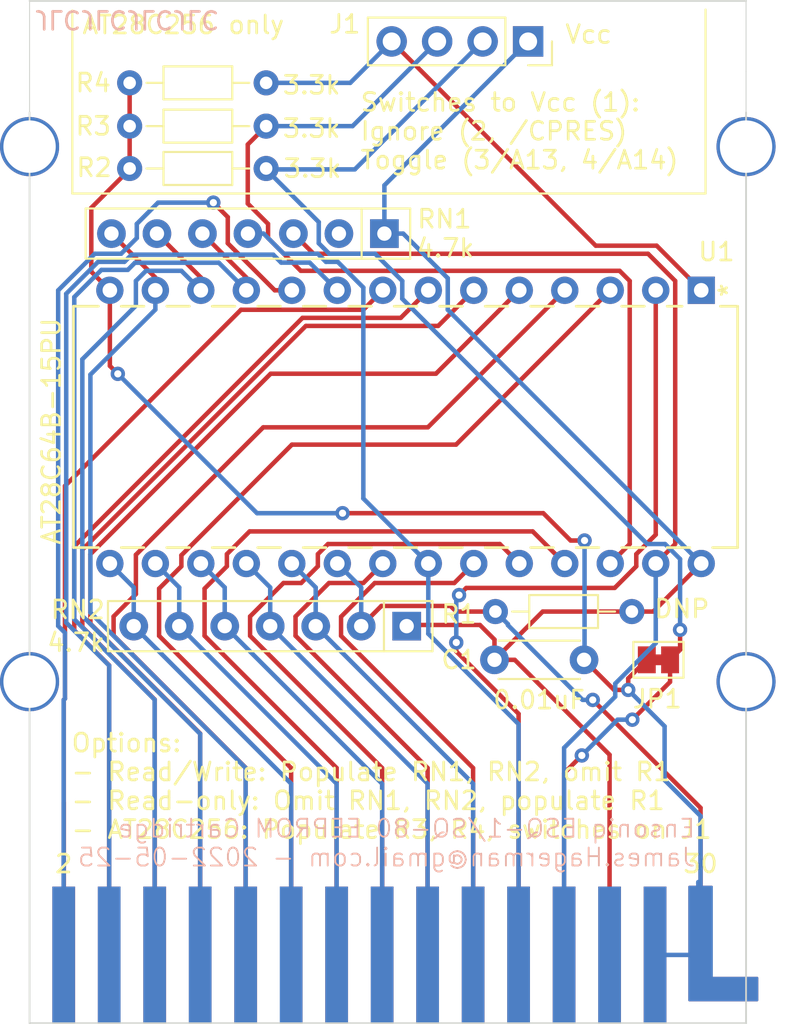
<source format=kicad_pcb>
(kicad_pcb (version 20171130) (host pcbnew "(5.1.8)-1")

  (general
    (thickness 1.6)
    (drawings 17)
    (tracks 299)
    (zones 0)
    (modules 11)
    (nets 33)
  )

  (page A4)
  (layers
    (0 F.Cu signal)
    (31 B.Cu signal)
    (32 B.Adhes user)
    (33 F.Adhes user)
    (34 B.Paste user)
    (35 F.Paste user)
    (36 B.SilkS user)
    (37 F.SilkS user)
    (38 B.Mask user)
    (39 F.Mask user)
    (40 Dwgs.User user hide)
    (41 Cmts.User user)
    (42 Eco1.User user)
    (43 Eco2.User user)
    (44 Edge.Cuts user)
    (45 Margin user)
    (46 B.CrtYd user)
    (47 F.CrtYd user)
    (48 B.Fab user)
    (49 F.Fab user)
  )

  (setup
    (last_trace_width 0.25)
    (trace_clearance 0.2)
    (zone_clearance 0.508)
    (zone_45_only no)
    (trace_min 0.2)
    (via_size 0.8)
    (via_drill 0.4)
    (via_min_size 0.4)
    (via_min_drill 0.3)
    (uvia_size 0.3)
    (uvia_drill 0.1)
    (uvias_allowed no)
    (uvia_min_size 0.2)
    (uvia_min_drill 0.1)
    (edge_width 0.05)
    (segment_width 0.2)
    (pcb_text_width 0.3)
    (pcb_text_size 1.5 1.5)
    (mod_edge_width 0.12)
    (mod_text_size 1 1)
    (mod_text_width 0.15)
    (pad_size 1.524 1.524)
    (pad_drill 0.762)
    (pad_to_mask_clearance 0)
    (aux_axis_origin 0 0)
    (visible_elements 7FFFFFFF)
    (pcbplotparams
      (layerselection 0x010fc_ffffffff)
      (usegerberextensions true)
      (usegerberattributes false)
      (usegerberadvancedattributes false)
      (creategerberjobfile false)
      (excludeedgelayer true)
      (linewidth 0.100000)
      (plotframeref false)
      (viasonmask false)
      (mode 1)
      (useauxorigin false)
      (hpglpennumber 1)
      (hpglpenspeed 20)
      (hpglpendiameter 15.000000)
      (psnegative false)
      (psa4output false)
      (plotreference true)
      (plotvalue true)
      (plotinvisibletext false)
      (padsonsilk false)
      (subtractmaskfromsilk true)
      (outputformat 1)
      (mirror false)
      (drillshape 0)
      (scaleselection 1)
      (outputdirectory "2021-12-18-ensoniq-gerbers/"))
  )

  (net 0 "")
  (net 1 "Net-(U2-Pad25)")
  (net 2 GND)
  (net 3 VCC)
  (net 4 CE-c30)
  (net 5 A2-c2)
  (net 6 A3-c4)
  (net 7 A4-c6)
  (net 8 A5-c8)
  (net 9 A6-c10)
  (net 10 A7-c12)
  (net 11 A12-c22)
  (net 12 D2-c9)
  (net 13 D1-c7)
  (net 14 D0-c5)
  (net 15 A0-c1)
  (net 16 A1-c3)
  (net 17 A10-c18)
  (net 18 OE-c21)
  (net 19 A11-c20)
  (net 20 A9-c16)
  (net 21 A8-c14)
  (net 22 D3-c11)
  (net 23 D4-c13)
  (net 24 D5-c15)
  (net 25 D6-c17)
  (net 26 D7-c18)
  (net 27 A14-optional)
  (net 28 A13-optional)
  (net 29 CPRES-c24)
  (net 30 WE-c23)
  (net 31 "Net-(U2-Pad28)")
  (net 32 "Net-(RN1-Pad2)")

  (net_class Default "This is the default net class."
    (clearance 0.2)
    (trace_width 0.25)
    (via_dia 0.8)
    (via_drill 0.4)
    (uvia_dia 0.3)
    (uvia_drill 0.1)
    (add_net A0-c1)
    (add_net A1-c3)
    (add_net A10-c18)
    (add_net A11-c20)
    (add_net A12-c22)
    (add_net A13-optional)
    (add_net A14-optional)
    (add_net A2-c2)
    (add_net A3-c4)
    (add_net A4-c6)
    (add_net A5-c8)
    (add_net A6-c10)
    (add_net A7-c12)
    (add_net A8-c14)
    (add_net A9-c16)
    (add_net CE-c30)
    (add_net CPRES-c24)
    (add_net D0-c5)
    (add_net D1-c7)
    (add_net D2-c9)
    (add_net D3-c11)
    (add_net D4-c13)
    (add_net D5-c15)
    (add_net D6-c17)
    (add_net D7-c18)
    (add_net GND)
    (add_net "Net-(RN1-Pad2)")
    (add_net "Net-(U2-Pad25)")
    (add_net "Net-(U2-Pad28)")
    (add_net OE-c21)
    (add_net VCC)
    (add_net WE-c23)
  )

  (module extracted-footprints:C_Disc_D4.3mm_W1.9mm_P5.00mm (layer F.Cu) (tedit 5AE50EF0) (tstamp 6297074F)
    (at 126.2888 113.0808)
    (descr "C, Disc series, Radial, pin pitch=5.00mm, , diameter*width=4.3*1.9mm^2, Capacitor, http://www.vishay.com/docs/45233/krseries.pdf")
    (tags "C Disc series Radial pin pitch 5.00mm  diameter 4.3mm width 1.9mm Capacitor")
    (path /6082B26E)
    (fp_text reference C1 (at -1.9812 0) (layer F.SilkS)
      (effects (font (size 1 1) (thickness 0.15)))
    )
    (fp_text value 0.01uF (at 2.4892 2.2352) (layer F.SilkS)
      (effects (font (size 1 1) (thickness 0.15)))
    )
    (fp_line (start 0.35 -0.95) (end 0.35 0.95) (layer F.Fab) (width 0.1))
    (fp_line (start 0.35 0.95) (end 4.65 0.95) (layer F.Fab) (width 0.1))
    (fp_line (start 4.65 0.95) (end 4.65 -0.95) (layer F.Fab) (width 0.1))
    (fp_line (start 4.65 -0.95) (end 0.35 -0.95) (layer F.Fab) (width 0.1))
    (fp_line (start 0.23 -1.07) (end 4.77 -1.07) (layer F.SilkS) (width 0.12))
    (fp_line (start 0.23 1.07) (end 4.77 1.07) (layer F.SilkS) (width 0.12))
    (fp_line (start 0.23 -1.07) (end 0.23 -1.055) (layer F.SilkS) (width 0.12))
    (fp_line (start 0.23 1.055) (end 0.23 1.07) (layer F.SilkS) (width 0.12))
    (fp_line (start 4.77 -1.07) (end 4.77 -1.055) (layer F.SilkS) (width 0.12))
    (fp_line (start 4.77 1.055) (end 4.77 1.07) (layer F.SilkS) (width 0.12))
    (fp_line (start -1.05 -1.2) (end -1.05 1.2) (layer F.CrtYd) (width 0.05))
    (fp_line (start -1.05 1.2) (end 6.05 1.2) (layer F.CrtYd) (width 0.05))
    (fp_line (start 6.05 1.2) (end 6.05 -1.2) (layer F.CrtYd) (width 0.05))
    (fp_line (start 6.05 -1.2) (end -1.05 -1.2) (layer F.CrtYd) (width 0.05))
    (fp_text user %R (at 2.587 0.127) (layer F.Fab)
      (effects (font (size 0.86 0.86) (thickness 0.129)))
    )
    (pad 1 thru_hole circle (at 0 0) (size 1.6 1.6) (drill 0.8) (layers *.Cu *.Mask)
      (net 3 VCC))
    (pad 2 thru_hole circle (at 5 0) (size 1.6 1.6) (drill 0.8) (layers *.Cu *.Mask)
      (net 2 GND))
    (model ${KISYS3DMOD}/Capacitor_THT.3dshapes/C_Disc_D4.3mm_W1.9mm_P5.00mm.wrl
      (at (xyz 0 0 0))
      (scale (xyz 1 1 1))
      (rotate (xyz 0 0 0))
    )
  )

  (module extracted-footprints:PinSocket_1x04_P2.54mm_Vertical (layer F.Cu) (tedit 5A19A429) (tstamp 62970763)
    (at 128.1684 78.5876 270)
    (descr "Through hole straight socket strip, 1x04, 2.54mm pitch, single row (from Kicad 4.0.7), script generated")
    (tags "Through hole socket strip THT 1x04 2.54mm single row")
    (path /620ABA55)
    (fp_text reference J1 (at -0.9652 10.2362 180) (layer F.SilkS)
      (effects (font (size 1 1) (thickness 0.15)))
    )
    (fp_text value Conn_01x04_Male (at 2.6924 2.1336 180) (layer F.Fab)
      (effects (font (size 1 1) (thickness 0.15)))
    )
    (fp_line (start -1.27 -1.27) (end 0.635 -1.27) (layer F.Fab) (width 0.1))
    (fp_line (start 0.635 -1.27) (end 1.27 -0.635) (layer F.Fab) (width 0.1))
    (fp_line (start 1.27 -0.635) (end 1.27 8.89) (layer F.Fab) (width 0.1))
    (fp_line (start 1.27 8.89) (end -1.27 8.89) (layer F.Fab) (width 0.1))
    (fp_line (start -1.27 8.89) (end -1.27 -1.27) (layer F.Fab) (width 0.1))
    (fp_line (start -1.33 1.27) (end 1.33 1.27) (layer F.SilkS) (width 0.12))
    (fp_line (start -1.33 1.27) (end -1.33 8.95) (layer F.SilkS) (width 0.12))
    (fp_line (start -1.33 8.95) (end 1.33 8.95) (layer F.SilkS) (width 0.12))
    (fp_line (start 1.33 1.27) (end 1.33 8.95) (layer F.SilkS) (width 0.12))
    (fp_line (start 1.33 -1.33) (end 1.33 0) (layer F.SilkS) (width 0.12))
    (fp_line (start 0 -1.33) (end 1.33 -1.33) (layer F.SilkS) (width 0.12))
    (fp_line (start -1.8 -1.8) (end 1.75 -1.8) (layer F.CrtYd) (width 0.05))
    (fp_line (start 1.75 -1.8) (end 1.75 9.4) (layer F.CrtYd) (width 0.05))
    (fp_line (start 1.75 9.4) (end -1.8 9.4) (layer F.CrtYd) (width 0.05))
    (fp_line (start -1.8 9.4) (end -1.8 -1.8) (layer F.CrtYd) (width 0.05))
    (fp_text user %R (at 0 3.81) (layer F.Fab)
      (effects (font (size 1 1) (thickness 0.15)))
    )
    (pad 1 thru_hole rect (at 0 0 270) (size 1.7 1.7) (drill 1) (layers *.Cu *.Mask)
      (net 3 VCC))
    (pad 2 thru_hole oval (at 0 2.54 270) (size 1.7 1.7) (drill 1) (layers *.Cu *.Mask)
      (net 29 CPRES-c24))
    (pad 3 thru_hole oval (at 0 5.08 270) (size 1.7 1.7) (drill 1) (layers *.Cu *.Mask)
      (net 28 A13-optional))
    (pad 4 thru_hole oval (at 0 7.62 270) (size 1.7 1.7) (drill 1) (layers *.Cu *.Mask)
      (net 27 A14-optional))
    (model ${KISYS3DMOD}/Connector_PinSocket_2.54mm.3dshapes/PinSocket_1x04_P2.54mm_Vertical.wrl
      (at (xyz 0 0 0))
      (scale (xyz 1 1 1))
      (rotate (xyz 0 0 0))
    )
  )

  (module extracted-footprints:SolderJumper-2_P1.3mm_Bridged_Pad1.0x1.5mm (layer F.Cu) (tedit 5C756AB2) (tstamp 6297077A)
    (at 135.4432 113.0808 180)
    (descr "SMD Solder Jumper, 1x1.5mm Pads, 0.3mm gap, bridged with 1 copper strip")
    (tags "solder jumper open")
    (path /6209B6FC)
    (attr virtual)
    (fp_text reference JP1 (at 0.0612 -2.1844) (layer F.SilkS)
      (effects (font (size 1 1) (thickness 0.15)))
    )
    (fp_text value SolderJumper_2_Bridged (at 4.1148 -2.7432) (layer F.Fab)
      (effects (font (size 1 1) (thickness 0.15)))
    )
    (fp_line (start -1.4 1) (end -1.4 -1) (layer F.SilkS) (width 0.12))
    (fp_line (start 1.4 1) (end -1.4 1) (layer F.SilkS) (width 0.12))
    (fp_line (start 1.4 -1) (end 1.4 1) (layer F.SilkS) (width 0.12))
    (fp_line (start -1.4 -1) (end 1.4 -1) (layer F.SilkS) (width 0.12))
    (fp_line (start -1.65 -1.25) (end 1.65 -1.25) (layer F.CrtYd) (width 0.05))
    (fp_line (start -1.65 -1.25) (end -1.65 1.25) (layer F.CrtYd) (width 0.05))
    (fp_line (start 1.65 1.25) (end 1.65 -1.25) (layer F.CrtYd) (width 0.05))
    (fp_line (start 1.65 1.25) (end -1.65 1.25) (layer F.CrtYd) (width 0.05))
    (fp_poly (pts (xy -0.25 -0.3) (xy 0.25 -0.3) (xy 0.25 0.3) (xy -0.25 0.3)) (layer F.Cu) (width 0))
    (pad 1 smd rect (at -0.65 0 180) (size 1 1.5) (layers F.Cu F.Mask)
      (net 29 CPRES-c24))
    (pad 2 smd rect (at 0.65 0 180) (size 1 1.5) (layers F.Cu F.Mask)
      (net 2 GND))
  )

  (module extracted-footprints:R_Axial_DIN0204_L3.6mm_D1.6mm_P7.62mm_Horizontal (layer F.Cu) (tedit 5AE5139B) (tstamp 62970788)
    (at 126.3396 110.3884)
    (descr "Resistor, Axial_DIN0204 series, Axial, Horizontal, pin pitch=7.62mm, 0.167W, length*diameter=3.6*1.6mm^2, http://cdn-reichelt.de/documents/datenblatt/B400/1_4W%23YAG.pdf")
    (tags "Resistor Axial_DIN0204 series Axial Horizontal pin pitch 7.62mm 0.167W length 3.6mm diameter 1.6mm")
    (path /61C0DCD2)
    (fp_text reference R1 (at -2.032 0.1524) (layer F.SilkS)
      (effects (font (size 1 1) (thickness 0.15)))
    )
    (fp_text value DNP (at 10.414 -0.1524) (layer F.SilkS)
      (effects (font (size 1 1) (thickness 0.15)))
    )
    (fp_line (start 2.01 -0.8) (end 2.01 0.8) (layer F.Fab) (width 0.1))
    (fp_line (start 2.01 0.8) (end 5.61 0.8) (layer F.Fab) (width 0.1))
    (fp_line (start 5.61 0.8) (end 5.61 -0.8) (layer F.Fab) (width 0.1))
    (fp_line (start 5.61 -0.8) (end 2.01 -0.8) (layer F.Fab) (width 0.1))
    (fp_line (start 0 0) (end 2.01 0) (layer F.Fab) (width 0.1))
    (fp_line (start 7.62 0) (end 5.61 0) (layer F.Fab) (width 0.1))
    (fp_line (start 1.89 -0.92) (end 1.89 0.92) (layer F.SilkS) (width 0.12))
    (fp_line (start 1.89 0.92) (end 5.73 0.92) (layer F.SilkS) (width 0.12))
    (fp_line (start 5.73 0.92) (end 5.73 -0.92) (layer F.SilkS) (width 0.12))
    (fp_line (start 5.73 -0.92) (end 1.89 -0.92) (layer F.SilkS) (width 0.12))
    (fp_line (start 0.94 0) (end 1.89 0) (layer F.SilkS) (width 0.12))
    (fp_line (start 6.68 0) (end 5.73 0) (layer F.SilkS) (width 0.12))
    (fp_line (start -0.95 -1.05) (end -0.95 1.05) (layer F.CrtYd) (width 0.05))
    (fp_line (start -0.95 1.05) (end 8.57 1.05) (layer F.CrtYd) (width 0.05))
    (fp_line (start 8.57 1.05) (end 8.57 -1.05) (layer F.CrtYd) (width 0.05))
    (fp_line (start 8.57 -1.05) (end -0.95 -1.05) (layer F.CrtYd) (width 0.05))
    (fp_text user %R (at 3.81 0) (layer F.Fab)
      (effects (font (size 0.72 0.72) (thickness 0.108)))
    )
    (pad 1 thru_hole circle (at 0 0) (size 1.4 1.4) (drill 0.7) (layers *.Cu *.Mask)
      (net 4 CE-c30))
    (pad 2 thru_hole oval (at 7.62 0) (size 1.4 1.4) (drill 0.7) (layers *.Cu *.Mask)
      (net 3 VCC))
    (model ${KISYS3DMOD}/Resistor_THT.3dshapes/R_Axial_DIN0204_L3.6mm_D1.6mm_P7.62mm_Horizontal.wrl
      (at (xyz 0 0 0))
      (scale (xyz 1 1 1))
      (rotate (xyz 0 0 0))
    )
  )

  (module extracted-footprints:R_Axial_DIN0204_L3.6mm_D1.6mm_P7.62mm_Horizontal (layer F.Cu) (tedit 5AE5139B) (tstamp 6297079E)
    (at 105.918 85.6742)
    (descr "Resistor, Axial_DIN0204 series, Axial, Horizontal, pin pitch=7.62mm, 0.167W, length*diameter=3.6*1.6mm^2, http://cdn-reichelt.de/documents/datenblatt/B400/1_4W%23YAG.pdf")
    (tags "Resistor Axial_DIN0204 series Axial Horizontal pin pitch 7.62mm 0.167W length 3.6mm diameter 1.6mm")
    (path /628BBAEB)
    (fp_text reference R2 (at -1.9812 -0.0508) (layer F.SilkS)
      (effects (font (size 1 1) (thickness 0.15)))
    )
    (fp_text value 3.3k (at 10.2108 0) (layer F.SilkS)
      (effects (font (size 1 1) (thickness 0.15)))
    )
    (fp_line (start 8.57 -1.05) (end -0.95 -1.05) (layer F.CrtYd) (width 0.05))
    (fp_line (start 8.57 1.05) (end 8.57 -1.05) (layer F.CrtYd) (width 0.05))
    (fp_line (start -0.95 1.05) (end 8.57 1.05) (layer F.CrtYd) (width 0.05))
    (fp_line (start -0.95 -1.05) (end -0.95 1.05) (layer F.CrtYd) (width 0.05))
    (fp_line (start 6.68 0) (end 5.73 0) (layer F.SilkS) (width 0.12))
    (fp_line (start 0.94 0) (end 1.89 0) (layer F.SilkS) (width 0.12))
    (fp_line (start 5.73 -0.92) (end 1.89 -0.92) (layer F.SilkS) (width 0.12))
    (fp_line (start 5.73 0.92) (end 5.73 -0.92) (layer F.SilkS) (width 0.12))
    (fp_line (start 1.89 0.92) (end 5.73 0.92) (layer F.SilkS) (width 0.12))
    (fp_line (start 1.89 -0.92) (end 1.89 0.92) (layer F.SilkS) (width 0.12))
    (fp_line (start 7.62 0) (end 5.61 0) (layer F.Fab) (width 0.1))
    (fp_line (start 0 0) (end 2.01 0) (layer F.Fab) (width 0.1))
    (fp_line (start 5.61 -0.8) (end 2.01 -0.8) (layer F.Fab) (width 0.1))
    (fp_line (start 5.61 0.8) (end 5.61 -0.8) (layer F.Fab) (width 0.1))
    (fp_line (start 2.01 0.8) (end 5.61 0.8) (layer F.Fab) (width 0.1))
    (fp_line (start 2.01 -0.8) (end 2.01 0.8) (layer F.Fab) (width 0.1))
    (fp_text user %R (at 3.81 0) (layer F.Fab)
      (effects (font (size 0.72 0.72) (thickness 0.108)))
    )
    (pad 2 thru_hole oval (at 7.62 0) (size 1.4 1.4) (drill 0.7) (layers *.Cu *.Mask)
      (net 29 CPRES-c24))
    (pad 1 thru_hole circle (at 0 0) (size 1.4 1.4) (drill 0.7) (layers *.Cu *.Mask)
      (net 2 GND))
    (model ${KISYS3DMOD}/Resistor_THT.3dshapes/R_Axial_DIN0204_L3.6mm_D1.6mm_P7.62mm_Horizontal.wrl
      (at (xyz 0 0 0))
      (scale (xyz 1 1 1))
      (rotate (xyz 0 0 0))
    )
  )

  (module extracted-footprints:R_Axial_DIN0204_L3.6mm_D1.6mm_P7.62mm_Horizontal (layer F.Cu) (tedit 5AE5139B) (tstamp 629707B4)
    (at 105.918 83.312)
    (descr "Resistor, Axial_DIN0204 series, Axial, Horizontal, pin pitch=7.62mm, 0.167W, length*diameter=3.6*1.6mm^2, http://cdn-reichelt.de/documents/datenblatt/B400/1_4W%23YAG.pdf")
    (tags "Resistor Axial_DIN0204 series Axial Horizontal pin pitch 7.62mm 0.167W length 3.6mm diameter 1.6mm")
    (path /61D0D1E0)
    (fp_text reference R3 (at -2.032 0) (layer F.SilkS)
      (effects (font (size 1 1) (thickness 0.15)))
    )
    (fp_text value 3.3k (at 10.16 0.127) (layer F.SilkS)
      (effects (font (size 1 1) (thickness 0.15)))
    )
    (fp_line (start 8.57 -1.05) (end -0.95 -1.05) (layer F.CrtYd) (width 0.05))
    (fp_line (start 8.57 1.05) (end 8.57 -1.05) (layer F.CrtYd) (width 0.05))
    (fp_line (start -0.95 1.05) (end 8.57 1.05) (layer F.CrtYd) (width 0.05))
    (fp_line (start -0.95 -1.05) (end -0.95 1.05) (layer F.CrtYd) (width 0.05))
    (fp_line (start 6.68 0) (end 5.73 0) (layer F.SilkS) (width 0.12))
    (fp_line (start 0.94 0) (end 1.89 0) (layer F.SilkS) (width 0.12))
    (fp_line (start 5.73 -0.92) (end 1.89 -0.92) (layer F.SilkS) (width 0.12))
    (fp_line (start 5.73 0.92) (end 5.73 -0.92) (layer F.SilkS) (width 0.12))
    (fp_line (start 1.89 0.92) (end 5.73 0.92) (layer F.SilkS) (width 0.12))
    (fp_line (start 1.89 -0.92) (end 1.89 0.92) (layer F.SilkS) (width 0.12))
    (fp_line (start 7.62 0) (end 5.61 0) (layer F.Fab) (width 0.1))
    (fp_line (start 0 0) (end 2.01 0) (layer F.Fab) (width 0.1))
    (fp_line (start 5.61 -0.8) (end 2.01 -0.8) (layer F.Fab) (width 0.1))
    (fp_line (start 5.61 0.8) (end 5.61 -0.8) (layer F.Fab) (width 0.1))
    (fp_line (start 2.01 0.8) (end 5.61 0.8) (layer F.Fab) (width 0.1))
    (fp_line (start 2.01 -0.8) (end 2.01 0.8) (layer F.Fab) (width 0.1))
    (fp_text user %R (at 3.81 0) (layer F.Fab)
      (effects (font (size 0.72 0.72) (thickness 0.108)))
    )
    (pad 2 thru_hole oval (at 7.62 0) (size 1.4 1.4) (drill 0.7) (layers *.Cu *.Mask)
      (net 28 A13-optional))
    (pad 1 thru_hole circle (at 0 0) (size 1.4 1.4) (drill 0.7) (layers *.Cu *.Mask)
      (net 2 GND))
    (model ${KISYS3DMOD}/Resistor_THT.3dshapes/R_Axial_DIN0204_L3.6mm_D1.6mm_P7.62mm_Horizontal.wrl
      (at (xyz 0 0 0))
      (scale (xyz 1 1 1))
      (rotate (xyz 0 0 0))
    )
  )

  (module extracted-footprints:R_Axial_DIN0204_L3.6mm_D1.6mm_P7.62mm_Horizontal (layer F.Cu) (tedit 5AE5139B) (tstamp 629707CA)
    (at 105.918 80.899)
    (descr "Resistor, Axial_DIN0204 series, Axial, Horizontal, pin pitch=7.62mm, 0.167W, length*diameter=3.6*1.6mm^2, http://cdn-reichelt.de/documents/datenblatt/B400/1_4W%23YAG.pdf")
    (tags "Resistor Axial_DIN0204 series Axial Horizontal pin pitch 7.62mm 0.167W length 3.6mm diameter 1.6mm")
    (path /61D10B4E)
    (fp_text reference R4 (at -2.032 0) (layer F.SilkS)
      (effects (font (size 1 1) (thickness 0.15)))
    )
    (fp_text value 3.3k (at 10.16 0.127) (layer F.SilkS)
      (effects (font (size 1 1) (thickness 0.15)))
    )
    (fp_line (start 2.01 -0.8) (end 2.01 0.8) (layer F.Fab) (width 0.1))
    (fp_line (start 2.01 0.8) (end 5.61 0.8) (layer F.Fab) (width 0.1))
    (fp_line (start 5.61 0.8) (end 5.61 -0.8) (layer F.Fab) (width 0.1))
    (fp_line (start 5.61 -0.8) (end 2.01 -0.8) (layer F.Fab) (width 0.1))
    (fp_line (start 0 0) (end 2.01 0) (layer F.Fab) (width 0.1))
    (fp_line (start 7.62 0) (end 5.61 0) (layer F.Fab) (width 0.1))
    (fp_line (start 1.89 -0.92) (end 1.89 0.92) (layer F.SilkS) (width 0.12))
    (fp_line (start 1.89 0.92) (end 5.73 0.92) (layer F.SilkS) (width 0.12))
    (fp_line (start 5.73 0.92) (end 5.73 -0.92) (layer F.SilkS) (width 0.12))
    (fp_line (start 5.73 -0.92) (end 1.89 -0.92) (layer F.SilkS) (width 0.12))
    (fp_line (start 0.94 0) (end 1.89 0) (layer F.SilkS) (width 0.12))
    (fp_line (start 6.68 0) (end 5.73 0) (layer F.SilkS) (width 0.12))
    (fp_line (start -0.95 -1.05) (end -0.95 1.05) (layer F.CrtYd) (width 0.05))
    (fp_line (start -0.95 1.05) (end 8.57 1.05) (layer F.CrtYd) (width 0.05))
    (fp_line (start 8.57 1.05) (end 8.57 -1.05) (layer F.CrtYd) (width 0.05))
    (fp_line (start 8.57 -1.05) (end -0.95 -1.05) (layer F.CrtYd) (width 0.05))
    (fp_text user %R (at 3.81 0) (layer F.Fab)
      (effects (font (size 0.72 0.72) (thickness 0.108)))
    )
    (pad 1 thru_hole circle (at 0 0) (size 1.4 1.4) (drill 0.7) (layers *.Cu *.Mask)
      (net 2 GND))
    (pad 2 thru_hole oval (at 7.62 0) (size 1.4 1.4) (drill 0.7) (layers *.Cu *.Mask)
      (net 27 A14-optional))
    (model ${KISYS3DMOD}/Resistor_THT.3dshapes/R_Axial_DIN0204_L3.6mm_D1.6mm_P7.62mm_Horizontal.wrl
      (at (xyz 0 0 0))
      (scale (xyz 1 1 1))
      (rotate (xyz 0 0 0))
    )
  )

  (module extracted-footprints:R_Array_SIP7 (layer F.Cu) (tedit 5A14249F) (tstamp 629707E0)
    (at 120.142 89.3064 180)
    (descr "7-pin Resistor SIP pack")
    (tags R)
    (path /61D7726F)
    (fp_text reference RN1 (at -3.3528 0.8128) (layer F.SilkS)
      (effects (font (size 1 1) (thickness 0.15)))
    )
    (fp_text value 4.7k (at -3.4036 -0.8128) (layer F.SilkS)
      (effects (font (size 1 1) (thickness 0.15)))
    )
    (fp_line (start -1.29 -1.25) (end -1.29 1.25) (layer F.Fab) (width 0.1))
    (fp_line (start -1.29 1.25) (end 16.53 1.25) (layer F.Fab) (width 0.1))
    (fp_line (start 16.53 1.25) (end 16.53 -1.25) (layer F.Fab) (width 0.1))
    (fp_line (start 16.53 -1.25) (end -1.29 -1.25) (layer F.Fab) (width 0.1))
    (fp_line (start 1.27 -1.25) (end 1.27 1.25) (layer F.Fab) (width 0.1))
    (fp_line (start -1.44 -1.4) (end -1.44 1.4) (layer F.SilkS) (width 0.12))
    (fp_line (start -1.44 1.4) (end 16.68 1.4) (layer F.SilkS) (width 0.12))
    (fp_line (start 16.68 1.4) (end 16.68 -1.4) (layer F.SilkS) (width 0.12))
    (fp_line (start 16.68 -1.4) (end -1.44 -1.4) (layer F.SilkS) (width 0.12))
    (fp_line (start 1.27 -1.4) (end 1.27 1.4) (layer F.SilkS) (width 0.12))
    (fp_line (start -1.7 -1.65) (end -1.7 1.65) (layer F.CrtYd) (width 0.05))
    (fp_line (start -1.7 1.65) (end 16.95 1.65) (layer F.CrtYd) (width 0.05))
    (fp_line (start 16.95 1.65) (end 16.95 -1.65) (layer F.CrtYd) (width 0.05))
    (fp_line (start 16.95 -1.65) (end -1.7 -1.65) (layer F.CrtYd) (width 0.05))
    (fp_text user %R (at 7.366 -0.127 180) (layer F.Fab)
      (effects (font (size 1 1) (thickness 0.15)))
    )
    (pad 1 thru_hole rect (at 0 0 180) (size 1.6 1.6) (drill 0.8) (layers *.Cu *.Mask)
      (net 3 VCC))
    (pad 2 thru_hole oval (at 2.54 0 180) (size 1.6 1.6) (drill 0.8) (layers *.Cu *.Mask)
      (net 32 "Net-(RN1-Pad2)"))
    (pad 3 thru_hole oval (at 5.08 0 180) (size 1.6 1.6) (drill 0.8) (layers *.Cu *.Mask)
      (net 30 WE-c23))
    (pad 4 thru_hole oval (at 7.62 0 180) (size 1.6 1.6) (drill 0.8) (layers *.Cu *.Mask)
      (net 18 OE-c21))
    (pad 5 thru_hole oval (at 10.16 0 180) (size 1.6 1.6) (drill 0.8) (layers *.Cu *.Mask)
      (net 14 D0-c5))
    (pad 6 thru_hole oval (at 12.7 0 180) (size 1.6 1.6) (drill 0.8) (layers *.Cu *.Mask)
      (net 13 D1-c7))
    (pad 7 thru_hole oval (at 15.24 0 180) (size 1.6 1.6) (drill 0.8) (layers *.Cu *.Mask)
      (net 12 D2-c9))
    (model ${KISYS3DMOD}/Resistor_THT.3dshapes/R_Array_SIP7.wrl
      (at (xyz 0 0 0))
      (scale (xyz 1 1 1))
      (rotate (xyz 0 0 0))
    )
  )

  (module extracted-footprints:R_Array_SIP7 (layer F.Cu) (tedit 5A14249F) (tstamp 629707F9)
    (at 121.3866 111.2012 180)
    (descr "7-pin Resistor SIP pack")
    (tags R)
    (path /61D78F9A)
    (fp_text reference RN2 (at 18.3642 0.9144) (layer F.SilkS)
      (effects (font (size 1 1) (thickness 0.15)))
    )
    (fp_text value 4.7k (at 18.4658 -0.9144) (layer F.SilkS)
      (effects (font (size 1 1) (thickness 0.15)))
    )
    (fp_line (start 16.95 -1.65) (end -1.7 -1.65) (layer F.CrtYd) (width 0.05))
    (fp_line (start 16.95 1.65) (end 16.95 -1.65) (layer F.CrtYd) (width 0.05))
    (fp_line (start -1.7 1.65) (end 16.95 1.65) (layer F.CrtYd) (width 0.05))
    (fp_line (start -1.7 -1.65) (end -1.7 1.65) (layer F.CrtYd) (width 0.05))
    (fp_line (start 1.27 -1.4) (end 1.27 1.4) (layer F.SilkS) (width 0.12))
    (fp_line (start 16.68 -1.4) (end -1.44 -1.4) (layer F.SilkS) (width 0.12))
    (fp_line (start 16.68 1.4) (end 16.68 -1.4) (layer F.SilkS) (width 0.12))
    (fp_line (start -1.44 1.4) (end 16.68 1.4) (layer F.SilkS) (width 0.12))
    (fp_line (start -1.44 -1.4) (end -1.44 1.4) (layer F.SilkS) (width 0.12))
    (fp_line (start 1.27 -1.25) (end 1.27 1.25) (layer F.Fab) (width 0.1))
    (fp_line (start 16.53 -1.25) (end -1.29 -1.25) (layer F.Fab) (width 0.1))
    (fp_line (start 16.53 1.25) (end 16.53 -1.25) (layer F.Fab) (width 0.1))
    (fp_line (start -1.29 1.25) (end 16.53 1.25) (layer F.Fab) (width 0.1))
    (fp_line (start -1.29 -1.25) (end -1.29 1.25) (layer F.Fab) (width 0.1))
    (fp_text user %R (at 7.366 -0.127 180) (layer F.Fab)
      (effects (font (size 1 1) (thickness 0.15)))
    )
    (pad 7 thru_hole oval (at 15.24 0 180) (size 1.6 1.6) (drill 0.8) (layers *.Cu *.Mask)
      (net 22 D3-c11))
    (pad 6 thru_hole oval (at 12.7 0 180) (size 1.6 1.6) (drill 0.8) (layers *.Cu *.Mask)
      (net 23 D4-c13))
    (pad 5 thru_hole oval (at 10.16 0 180) (size 1.6 1.6) (drill 0.8) (layers *.Cu *.Mask)
      (net 24 D5-c15))
    (pad 4 thru_hole oval (at 7.62 0 180) (size 1.6 1.6) (drill 0.8) (layers *.Cu *.Mask)
      (net 25 D6-c17))
    (pad 3 thru_hole oval (at 5.08 0 180) (size 1.6 1.6) (drill 0.8) (layers *.Cu *.Mask)
      (net 26 D7-c18))
    (pad 2 thru_hole oval (at 2.54 0 180) (size 1.6 1.6) (drill 0.8) (layers *.Cu *.Mask)
      (net 4 CE-c30))
    (pad 1 thru_hole rect (at 0 0 180) (size 1.6 1.6) (drill 0.8) (layers *.Cu *.Mask)
      (net 3 VCC))
    (model ${KISYS3DMOD}/Resistor_THT.3dshapes/R_Array_SIP7.wrl
      (at (xyz 0 0 0))
      (scale (xyz 1 1 1))
      (rotate (xyz 0 0 0))
    )
  )

  (module extracted-footprints:AT28C64B-15PU (layer F.Cu) (tedit 0) (tstamp 62970812)
    (at 137.8331 92.4687 270)
    (path /608247A0)
    (fp_text reference U1 (at -2.1463 -0.8509 180) (layer F.SilkS)
      (effects (font (size 1 1) (thickness 0.15)))
    )
    (fp_text value AT28C64B-15PU (at 7.8613 36.2839 90) (layer F.SilkS)
      (effects (font (size 1 1) (thickness 0.15)))
    )
    (fp_line (start 1.016 0.4064) (end 1.016 -0.4064) (layer F.Fab) (width 0.1524))
    (fp_line (start 1.016 -0.4064) (end -0.4064 -0.4064) (layer F.Fab) (width 0.1524))
    (fp_line (start -0.4064 -0.4064) (end -0.4064 0.4064) (layer F.Fab) (width 0.1524))
    (fp_line (start -0.4064 0.4064) (end 1.016 0.4064) (layer F.Fab) (width 0.1524))
    (fp_line (start 1.016 2.9464) (end 1.016 2.1336) (layer F.Fab) (width 0.1524))
    (fp_line (start 1.016 2.1336) (end -0.4064 2.1336) (layer F.Fab) (width 0.1524))
    (fp_line (start -0.4064 2.1336) (end -0.4064 2.9464) (layer F.Fab) (width 0.1524))
    (fp_line (start -0.4064 2.9464) (end 1.016 2.9464) (layer F.Fab) (width 0.1524))
    (fp_line (start 1.016 5.4864) (end 1.016 4.6736) (layer F.Fab) (width 0.1524))
    (fp_line (start 1.016 4.6736) (end -0.4064 4.6736) (layer F.Fab) (width 0.1524))
    (fp_line (start -0.4064 4.6736) (end -0.4064 5.4864) (layer F.Fab) (width 0.1524))
    (fp_line (start -0.4064 5.4864) (end 1.016 5.4864) (layer F.Fab) (width 0.1524))
    (fp_line (start 1.016 8.0264) (end 1.016 7.2136) (layer F.Fab) (width 0.1524))
    (fp_line (start 1.016 7.2136) (end -0.4064 7.2136) (layer F.Fab) (width 0.1524))
    (fp_line (start -0.4064 7.2136) (end -0.4064 8.0264) (layer F.Fab) (width 0.1524))
    (fp_line (start -0.4064 8.0264) (end 1.016 8.0264) (layer F.Fab) (width 0.1524))
    (fp_line (start 1.016 10.5664) (end 1.016 9.7536) (layer F.Fab) (width 0.1524))
    (fp_line (start 1.016 9.7536) (end -0.4064 9.7536) (layer F.Fab) (width 0.1524))
    (fp_line (start -0.4064 9.7536) (end -0.4064 10.5664) (layer F.Fab) (width 0.1524))
    (fp_line (start -0.4064 10.5664) (end 1.016 10.5664) (layer F.Fab) (width 0.1524))
    (fp_line (start 1.016 13.1064) (end 1.016 12.2936) (layer F.Fab) (width 0.1524))
    (fp_line (start 1.016 12.2936) (end -0.4064 12.2936) (layer F.Fab) (width 0.1524))
    (fp_line (start -0.4064 12.2936) (end -0.4064 13.1064) (layer F.Fab) (width 0.1524))
    (fp_line (start -0.4064 13.1064) (end 1.016 13.1064) (layer F.Fab) (width 0.1524))
    (fp_line (start 1.016 15.6464) (end 1.016 14.8336) (layer F.Fab) (width 0.1524))
    (fp_line (start 1.016 14.8336) (end -0.4064 14.8336) (layer F.Fab) (width 0.1524))
    (fp_line (start -0.4064 14.8336) (end -0.4064 15.6464) (layer F.Fab) (width 0.1524))
    (fp_line (start -0.4064 15.6464) (end 1.016 15.6464) (layer F.Fab) (width 0.1524))
    (fp_line (start 1.016 18.1864) (end 1.016 17.3736) (layer F.Fab) (width 0.1524))
    (fp_line (start 1.016 17.3736) (end -0.4064 17.3736) (layer F.Fab) (width 0.1524))
    (fp_line (start -0.4064 17.3736) (end -0.4064 18.1864) (layer F.Fab) (width 0.1524))
    (fp_line (start -0.4064 18.1864) (end 1.016 18.1864) (layer F.Fab) (width 0.1524))
    (fp_line (start 1.016 20.7264) (end 1.016 19.9136) (layer F.Fab) (width 0.1524))
    (fp_line (start 1.016 19.9136) (end -0.4064 19.9136) (layer F.Fab) (width 0.1524))
    (fp_line (start -0.4064 19.9136) (end -0.4064 20.7264) (layer F.Fab) (width 0.1524))
    (fp_line (start -0.4064 20.7264) (end 1.016 20.7264) (layer F.Fab) (width 0.1524))
    (fp_line (start 1.016 23.2664) (end 1.016 22.4536) (layer F.Fab) (width 0.1524))
    (fp_line (start 1.016 22.4536) (end -0.4064 22.4536) (layer F.Fab) (width 0.1524))
    (fp_line (start -0.4064 22.4536) (end -0.4064 23.2664) (layer F.Fab) (width 0.1524))
    (fp_line (start -0.4064 23.2664) (end 1.016 23.2664) (layer F.Fab) (width 0.1524))
    (fp_line (start 1.016 25.8064) (end 1.016 24.9936) (layer F.Fab) (width 0.1524))
    (fp_line (start 1.016 24.9936) (end -0.4064 24.9936) (layer F.Fab) (width 0.1524))
    (fp_line (start -0.4064 24.9936) (end -0.4064 25.8064) (layer F.Fab) (width 0.1524))
    (fp_line (start -0.4064 25.8064) (end 1.016 25.8064) (layer F.Fab) (width 0.1524))
    (fp_line (start 1.016 28.3464) (end 1.016 27.5336) (layer F.Fab) (width 0.1524))
    (fp_line (start 1.016 27.5336) (end -0.4064 27.5336) (layer F.Fab) (width 0.1524))
    (fp_line (start -0.4064 27.5336) (end -0.4064 28.3464) (layer F.Fab) (width 0.1524))
    (fp_line (start -0.4064 28.3464) (end 1.016 28.3464) (layer F.Fab) (width 0.1524))
    (fp_line (start 1.016 30.8864) (end 1.016 30.0736) (layer F.Fab) (width 0.1524))
    (fp_line (start 1.016 30.0736) (end -0.4064 30.0736) (layer F.Fab) (width 0.1524))
    (fp_line (start -0.4064 30.0736) (end -0.4064 30.8864) (layer F.Fab) (width 0.1524))
    (fp_line (start -0.4064 30.8864) (end 1.016 30.8864) (layer F.Fab) (width 0.1524))
    (fp_line (start 1.016 33.4264) (end 1.016 32.6136) (layer F.Fab) (width 0.1524))
    (fp_line (start 1.016 32.6136) (end -0.4064 32.6136) (layer F.Fab) (width 0.1524))
    (fp_line (start -0.4064 32.6136) (end -0.4064 33.4264) (layer F.Fab) (width 0.1524))
    (fp_line (start -0.4064 33.4264) (end 1.016 33.4264) (layer F.Fab) (width 0.1524))
    (fp_line (start 14.224 32.6136) (end 14.224 33.4264) (layer F.Fab) (width 0.1524))
    (fp_line (start 14.224 33.4264) (end 15.6464 33.4264) (layer F.Fab) (width 0.1524))
    (fp_line (start 15.6464 33.4264) (end 15.6464 32.6136) (layer F.Fab) (width 0.1524))
    (fp_line (start 15.6464 32.6136) (end 14.224 32.6136) (layer F.Fab) (width 0.1524))
    (fp_line (start 14.224 30.0736) (end 14.224 30.8864) (layer F.Fab) (width 0.1524))
    (fp_line (start 14.224 30.8864) (end 15.6464 30.8864) (layer F.Fab) (width 0.1524))
    (fp_line (start 15.6464 30.8864) (end 15.6464 30.0736) (layer F.Fab) (width 0.1524))
    (fp_line (start 15.6464 30.0736) (end 14.224 30.0736) (layer F.Fab) (width 0.1524))
    (fp_line (start 14.224 27.5336) (end 14.224 28.3464) (layer F.Fab) (width 0.1524))
    (fp_line (start 14.224 28.3464) (end 15.6464 28.3464) (layer F.Fab) (width 0.1524))
    (fp_line (start 15.6464 28.3464) (end 15.6464 27.5336) (layer F.Fab) (width 0.1524))
    (fp_line (start 15.6464 27.5336) (end 14.224 27.5336) (layer F.Fab) (width 0.1524))
    (fp_line (start 14.224 24.9936) (end 14.224 25.8064) (layer F.Fab) (width 0.1524))
    (fp_line (start 14.224 25.8064) (end 15.6464 25.8064) (layer F.Fab) (width 0.1524))
    (fp_line (start 15.6464 25.8064) (end 15.6464 24.9936) (layer F.Fab) (width 0.1524))
    (fp_line (start 15.6464 24.9936) (end 14.224 24.9936) (layer F.Fab) (width 0.1524))
    (fp_line (start 14.224 22.4536) (end 14.224 23.2664) (layer F.Fab) (width 0.1524))
    (fp_line (start 14.224 23.2664) (end 15.6464 23.2664) (layer F.Fab) (width 0.1524))
    (fp_line (start 15.6464 23.2664) (end 15.6464 22.4536) (layer F.Fab) (width 0.1524))
    (fp_line (start 15.6464 22.4536) (end 14.224 22.4536) (layer F.Fab) (width 0.1524))
    (fp_line (start 14.224 19.9136) (end 14.224 20.7264) (layer F.Fab) (width 0.1524))
    (fp_line (start 14.224 20.7264) (end 15.6464 20.7264) (layer F.Fab) (width 0.1524))
    (fp_line (start 15.6464 20.7264) (end 15.6464 19.9136) (layer F.Fab) (width 0.1524))
    (fp_line (start 15.6464 19.9136) (end 14.224 19.9136) (layer F.Fab) (width 0.1524))
    (fp_line (start 14.224 17.3736) (end 14.224 18.1864) (layer F.Fab) (width 0.1524))
    (fp_line (start 14.224 18.1864) (end 15.6464 18.1864) (layer F.Fab) (width 0.1524))
    (fp_line (start 15.6464 18.1864) (end 15.6464 17.3736) (layer F.Fab) (width 0.1524))
    (fp_line (start 15.6464 17.3736) (end 14.224 17.3736) (layer F.Fab) (width 0.1524))
    (fp_line (start 14.224 14.8336) (end 14.224 15.6464) (layer F.Fab) (width 0.1524))
    (fp_line (start 14.224 15.6464) (end 15.6464 15.6464) (layer F.Fab) (width 0.1524))
    (fp_line (start 15.6464 15.6464) (end 15.6464 14.8336) (layer F.Fab) (width 0.1524))
    (fp_line (start 15.6464 14.8336) (end 14.224 14.8336) (layer F.Fab) (width 0.1524))
    (fp_line (start 14.224 12.2936) (end 14.224 13.1064) (layer F.Fab) (width 0.1524))
    (fp_line (start 14.224 13.1064) (end 15.6464 13.1064) (layer F.Fab) (width 0.1524))
    (fp_line (start 15.6464 13.1064) (end 15.6464 12.2936) (layer F.Fab) (width 0.1524))
    (fp_line (start 15.6464 12.2936) (end 14.224 12.2936) (layer F.Fab) (width 0.1524))
    (fp_line (start 14.224 9.7536) (end 14.224 10.5664) (layer F.Fab) (width 0.1524))
    (fp_line (start 14.224 10.5664) (end 15.6464 10.5664) (layer F.Fab) (width 0.1524))
    (fp_line (start 15.6464 10.5664) (end 15.6464 9.7536) (layer F.Fab) (width 0.1524))
    (fp_line (start 15.6464 9.7536) (end 14.224 9.7536) (layer F.Fab) (width 0.1524))
    (fp_line (start 14.224 7.2136) (end 14.224 8.0264) (layer F.Fab) (width 0.1524))
    (fp_line (start 14.224 8.0264) (end 15.6464 8.0264) (layer F.Fab) (width 0.1524))
    (fp_line (start 15.6464 8.0264) (end 15.6464 7.2136) (layer F.Fab) (width 0.1524))
    (fp_line (start 15.6464 7.2136) (end 14.224 7.2136) (layer F.Fab) (width 0.1524))
    (fp_line (start 14.224 4.6736) (end 14.224 5.4864) (layer F.Fab) (width 0.1524))
    (fp_line (start 14.224 5.4864) (end 15.6464 5.4864) (layer F.Fab) (width 0.1524))
    (fp_line (start 15.6464 5.4864) (end 15.6464 4.6736) (layer F.Fab) (width 0.1524))
    (fp_line (start 15.6464 4.6736) (end 14.224 4.6736) (layer F.Fab) (width 0.1524))
    (fp_line (start 14.224 2.1336) (end 14.224 2.9464) (layer F.Fab) (width 0.1524))
    (fp_line (start 14.224 2.9464) (end 15.6464 2.9464) (layer F.Fab) (width 0.1524))
    (fp_line (start 15.6464 2.9464) (end 15.6464 2.1336) (layer F.Fab) (width 0.1524))
    (fp_line (start 15.6464 2.1336) (end 14.224 2.1336) (layer F.Fab) (width 0.1524))
    (fp_line (start 14.224 -0.4064) (end 14.224 0.4064) (layer F.Fab) (width 0.1524))
    (fp_line (start 14.224 0.4064) (end 15.6464 0.4064) (layer F.Fab) (width 0.1524))
    (fp_line (start 15.6464 0.4064) (end 15.6464 -0.4064) (layer F.Fab) (width 0.1524))
    (fp_line (start 15.6464 -0.4064) (end 14.224 -0.4064) (layer F.Fab) (width 0.1524))
    (fp_line (start 0.889 35.052) (end 14.351 35.052) (layer F.SilkS) (width 0.1524))
    (fp_line (start 14.351 35.052) (end 14.351 33.658854) (layer F.SilkS) (width 0.1524))
    (fp_line (start 14.351 -2.032) (end 0.889 -2.032) (layer F.SilkS) (width 0.1524))
    (fp_line (start 0.889 -2.032) (end 0.889 -1.06955) (layer F.SilkS) (width 0.1524))
    (fp_line (start 1.016 34.925) (end 14.224 34.925) (layer F.Fab) (width 0.1524))
    (fp_line (start 14.224 34.925) (end 14.224 -1.905) (layer F.Fab) (width 0.1524))
    (fp_line (start 14.224 -1.905) (end 1.016 -1.905) (layer F.Fab) (width 0.1524))
    (fp_line (start 1.016 -1.905) (end 1.016 34.925) (layer F.Fab) (width 0.1524))
    (fp_line (start 0.889 1.06955) (end 0.889 1.901146) (layer F.SilkS) (width 0.1524))
    (fp_line (start 0.889 3.178854) (end 0.889 4.441146) (layer F.SilkS) (width 0.1524))
    (fp_line (start 0.889 5.718854) (end 0.889 6.981146) (layer F.SilkS) (width 0.1524))
    (fp_line (start 0.889 8.258854) (end 0.889 9.521146) (layer F.SilkS) (width 0.1524))
    (fp_line (start 0.889 10.798854) (end 0.889 12.061146) (layer F.SilkS) (width 0.1524))
    (fp_line (start 0.889 13.338854) (end 0.889 14.601146) (layer F.SilkS) (width 0.1524))
    (fp_line (start 0.889 15.878854) (end 0.889 17.141146) (layer F.SilkS) (width 0.1524))
    (fp_line (start 0.889 18.418854) (end 0.889 19.681146) (layer F.SilkS) (width 0.1524))
    (fp_line (start 0.889 20.958854) (end 0.889 22.221146) (layer F.SilkS) (width 0.1524))
    (fp_line (start 0.889 23.498854) (end 0.889 24.761146) (layer F.SilkS) (width 0.1524))
    (fp_line (start 0.889 26.038854) (end 0.889 27.301146) (layer F.SilkS) (width 0.1524))
    (fp_line (start 0.889 28.578854) (end 0.889 29.841146) (layer F.SilkS) (width 0.1524))
    (fp_line (start 0.889 31.118854) (end 0.889 32.381146) (layer F.SilkS) (width 0.1524))
    (fp_line (start 0.889 33.658854) (end 0.889 35.052) (layer F.SilkS) (width 0.1524))
    (fp_line (start 14.351 32.381146) (end 14.351 31.118854) (layer F.SilkS) (width 0.1524))
    (fp_line (start 14.351 29.841146) (end 14.351 28.578854) (layer F.SilkS) (width 0.1524))
    (fp_line (start 14.351 27.301146) (end 14.351 26.038854) (layer F.SilkS) (width 0.1524))
    (fp_line (start 14.351 24.761146) (end 14.351 23.498854) (layer F.SilkS) (width 0.1524))
    (fp_line (start 14.351 22.221146) (end 14.351 20.958854) (layer F.SilkS) (width 0.1524))
    (fp_line (start 14.351 19.681146) (end 14.351 18.418854) (layer F.SilkS) (width 0.1524))
    (fp_line (start 14.351 17.141146) (end 14.351 15.878854) (layer F.SilkS) (width 0.1524))
    (fp_line (start 14.351 14.601146) (end 14.351 13.338854) (layer F.SilkS) (width 0.1524))
    (fp_line (start 14.351 12.061146) (end 14.351 10.798854) (layer F.SilkS) (width 0.1524))
    (fp_line (start 14.351 9.521146) (end 14.351 8.258854) (layer F.SilkS) (width 0.1524))
    (fp_line (start 14.351 6.981146) (end 14.351 5.718854) (layer F.SilkS) (width 0.1524))
    (fp_line (start 14.351 4.441146) (end 14.351 3.178854) (layer F.SilkS) (width 0.1524))
    (fp_line (start 14.351 1.901146) (end 14.351 0.638854) (layer F.SilkS) (width 0.1524))
    (fp_line (start 14.351 -0.638854) (end 14.351 -2.032) (layer F.SilkS) (width 0.1524))
    (fp_line (start 16.256 34.036) (end 16.256 -1.016) (layer F.CrtYd) (width 0.1524))
    (fp_line (start 16.256 -1.016) (end 14.478 -1.016) (layer F.CrtYd) (width 0.1524))
    (fp_line (start 14.478 -1.016) (end 14.478 -2.159) (layer F.CrtYd) (width 0.1524))
    (fp_line (start 14.478 -2.159) (end 0.762 -2.159) (layer F.CrtYd) (width 0.1524))
    (fp_line (start 0.762 -2.159) (end 0.762 -1.016) (layer F.CrtYd) (width 0.1524))
    (fp_line (start 0.762 -1.016) (end -1.016 -1.016) (layer F.CrtYd) (width 0.1524))
    (fp_line (start -1.016 -1.016) (end -1.016 34.036) (layer F.CrtYd) (width 0.1524))
    (fp_line (start -1.016 34.036) (end 0.762 34.036) (layer F.CrtYd) (width 0.1524))
    (fp_line (start 0.762 34.036) (end 0.762 35.179) (layer F.CrtYd) (width 0.1524))
    (fp_line (start 0.762 35.179) (end 14.478 35.179) (layer F.CrtYd) (width 0.1524))
    (fp_line (start 14.478 35.179) (end 14.478 34.036) (layer F.CrtYd) (width 0.1524))
    (fp_line (start 14.478 34.036) (end 16.256 34.036) (layer F.CrtYd) (width 0.1524))
    (fp_arc (start 7.62 -1.905) (end 7.9248 -1.905) (angle 180) (layer F.Fab) (width 0.1524))
    (fp_text user * (at 0 -1.524 270) (layer F.SilkS)
      (effects (font (size 1 1) (thickness 0.15)))
    )
    (fp_text user * (at 1.27 0 270) (layer F.Fab)
      (effects (font (size 1 1) (thickness 0.15)))
    )
    (fp_text user 0.06in/1.524mm (at 0 37.338 270) (layer Dwgs.User)
      (effects (font (size 1 1) (thickness 0.15)))
    )
    (fp_text user 0.6in/15.24mm (at 7.62 -4.318 270) (layer Dwgs.User)
      (effects (font (size 1 1) (thickness 0.15)))
    )
    (fp_text user 0.06in/1.524mm (at 20.32 -5.08 270) (layer Dwgs.User)
      (effects (font (size 1 1) (thickness 0.15)))
    )
    (fp_text user 0.1in/2.54mm (at -3.048 1.27 270) (layer Dwgs.User)
      (effects (font (size 1 1) (thickness 0.15)))
    )
    (fp_text user * (at 1.27 0 270) (layer F.Fab)
      (effects (font (size 1 1) (thickness 0.15)))
    )
    (fp_text user * (at 0 -1.524 270) (layer F.SilkS)
      (effects (font (size 1 1) (thickness 0.15)))
    )
    (pad 28 thru_hole circle (at 15.24 0 270) (size 1.524 1.524) (drill 0.8128) (layers *.Cu *.Mask)
      (net 3 VCC))
    (pad 27 thru_hole circle (at 15.24 2.54 270) (size 1.524 1.524) (drill 0.8128) (layers *.Cu *.Mask)
      (net 30 WE-c23))
    (pad 26 thru_hole circle (at 15.24 5.08 270) (size 1.524 1.524) (drill 0.8128) (layers *.Cu *.Mask)
      (net 28 A13-optional))
    (pad 25 thru_hole circle (at 15.24 7.62 270) (size 1.524 1.524) (drill 0.8128) (layers *.Cu *.Mask)
      (net 21 A8-c14))
    (pad 24 thru_hole circle (at 15.24 10.16 270) (size 1.524 1.524) (drill 0.8128) (layers *.Cu *.Mask)
      (net 20 A9-c16))
    (pad 23 thru_hole circle (at 15.24 12.7 270) (size 1.524 1.524) (drill 0.8128) (layers *.Cu *.Mask)
      (net 19 A11-c20))
    (pad 22 thru_hole circle (at 15.24 15.24 270) (size 1.524 1.524) (drill 0.8128) (layers *.Cu *.Mask)
      (net 18 OE-c21))
    (pad 21 thru_hole circle (at 15.24 17.78 270) (size 1.524 1.524) (drill 0.8128) (layers *.Cu *.Mask)
      (net 17 A10-c18))
    (pad 20 thru_hole circle (at 15.24 20.32 270) (size 1.524 1.524) (drill 0.8128) (layers *.Cu *.Mask)
      (net 4 CE-c30))
    (pad 19 thru_hole circle (at 15.24 22.86 270) (size 1.524 1.524) (drill 0.8128) (layers *.Cu *.Mask)
      (net 26 D7-c18))
    (pad 18 thru_hole circle (at 15.24 25.4 270) (size 1.524 1.524) (drill 0.8128) (layers *.Cu *.Mask)
      (net 25 D6-c17))
    (pad 17 thru_hole circle (at 15.24 27.94 270) (size 1.524 1.524) (drill 0.8128) (layers *.Cu *.Mask)
      (net 24 D5-c15))
    (pad 16 thru_hole circle (at 15.24 30.48 270) (size 1.524 1.524) (drill 0.8128) (layers *.Cu *.Mask)
      (net 23 D4-c13))
    (pad 15 thru_hole circle (at 15.24 33.02 270) (size 1.524 1.524) (drill 0.8128) (layers *.Cu *.Mask)
      (net 22 D3-c11))
    (pad 14 thru_hole circle (at 0 33.02 270) (size 1.524 1.524) (drill 0.8128) (layers *.Cu *.Mask)
      (net 2 GND))
    (pad 13 thru_hole circle (at 0 30.48 270) (size 1.524 1.524) (drill 0.8128) (layers *.Cu *.Mask)
      (net 12 D2-c9))
    (pad 12 thru_hole circle (at 0 27.94 270) (size 1.524 1.524) (drill 0.8128) (layers *.Cu *.Mask)
      (net 13 D1-c7))
    (pad 11 thru_hole circle (at 0 25.4 270) (size 1.524 1.524) (drill 0.8128) (layers *.Cu *.Mask)
      (net 14 D0-c5))
    (pad 10 thru_hole circle (at 0 22.86 270) (size 1.524 1.524) (drill 0.8128) (layers *.Cu *.Mask)
      (net 15 A0-c1))
    (pad 9 thru_hole circle (at 0 20.32 270) (size 1.524 1.524) (drill 0.8128) (layers *.Cu *.Mask)
      (net 16 A1-c3))
    (pad 8 thru_hole circle (at 0 17.78 270) (size 1.524 1.524) (drill 0.8128) (layers *.Cu *.Mask)
      (net 5 A2-c2))
    (pad 7 thru_hole circle (at 0 15.24 270) (size 1.524 1.524) (drill 0.8128) (layers *.Cu *.Mask)
      (net 6 A3-c4))
    (pad 6 thru_hole circle (at 0 12.7 270) (size 1.524 1.524) (drill 0.8128) (layers *.Cu *.Mask)
      (net 7 A4-c6))
    (pad 5 thru_hole circle (at 0 10.16 270) (size 1.524 1.524) (drill 0.8128) (layers *.Cu *.Mask)
      (net 8 A5-c8))
    (pad 4 thru_hole circle (at 0 7.62 270) (size 1.524 1.524) (drill 0.8128) (layers *.Cu *.Mask)
      (net 9 A6-c10))
    (pad 3 thru_hole circle (at 0 5.08 270) (size 1.524 1.524) (drill 0.8128) (layers *.Cu *.Mask)
      (net 10 A7-c12))
    (pad 2 thru_hole circle (at 0 2.54 270) (size 1.524 1.524) (drill 0.8128) (layers *.Cu *.Mask)
      (net 11 A12-c22))
    (pad 1 thru_hole rect (at 0 0 270) (size 1.524 1.524) (drill 0.8128) (layers *.Cu *.Mask)
      (net 27 A14-optional))
  )

  (module extracted-footprints:ensoniq-cartridge-edge-connector (layer F.Cu) (tedit 60825FA0) (tstamp 629708DA)
    (at 118.745 123.19)
    (path /60845FD2)
    (fp_text reference U2 (at 0 1.27) (layer F.SilkS) hide
      (effects (font (size 1 1) (thickness 0.15)))
    )
    (fp_text value ensoniq-cartridge-edge-connector (at 0 -0.5) (layer F.Fab)
      (effects (font (size 1 1) (thickness 0.15)))
    )
    (fp_line (start 21.59 10.16) (end 21.59 -2.54) (layer F.Fab) (width 0.12))
    (fp_line (start 21.59 -2.54) (end -18.415 -2.54) (layer F.Fab) (width 0.12))
    (fp_line (start -18.415 -2.54) (end -18.415 10.16) (layer F.Fab) (width 0.12))
    (fp_line (start -18.415 10.16) (end 21.59 10.16) (layer F.Fab) (width 0.12))
    (fp_line (start 21.59 10.16) (end 21.59 -2.54) (layer B.Fab) (width 0.12))
    (fp_line (start 21.59 -2.54) (end -18.415 -2.54) (layer B.Fab) (width 0.12))
    (fp_line (start -18.415 -2.54) (end -18.415 10.16) (layer B.Fab) (width 0.12))
    (fp_line (start -18.415 10.16) (end 21.59 10.16) (layer B.Fab) (width 0.12))
    (fp_text user 2 (at -16.51 1.27) (layer F.SilkS)
      (effects (font (size 1 1) (thickness 0.15)))
    )
    (fp_text user 30 (at 19.05 1.27) (layer F.SilkS)
      (effects (font (size 1 1) (thickness 0.15)))
    )
    (pad 1 connect rect (at -16.51 6.35) (size 1.27 7.62) (layers B.Cu B.Mask)
      (net 15 A0-c1))
    (pad 2 connect rect (at -16.51 6.35) (size 1.27 7.62) (layers F.Cu F.Mask)
      (net 5 A2-c2))
    (pad 3 connect rect (at -13.97 6.35) (size 1.27 7.62) (layers B.Cu B.Mask)
      (net 16 A1-c3))
    (pad 4 connect rect (at -13.97 6.35) (size 1.27 7.62) (layers F.Cu F.Mask)
      (net 6 A3-c4))
    (pad 5 connect rect (at -11.43 6.35) (size 1.27 7.62) (layers B.Cu B.Mask)
      (net 14 D0-c5))
    (pad 6 connect rect (at -11.43 6.35) (size 1.27 7.62) (layers F.Cu F.Mask)
      (net 7 A4-c6))
    (pad 7 connect rect (at -8.89 6.35) (size 1.27 7.62) (layers B.Cu B.Mask)
      (net 13 D1-c7))
    (pad 8 connect rect (at -8.89 6.35) (size 1.27 7.62) (layers F.Cu F.Mask)
      (net 8 A5-c8))
    (pad 9 connect rect (at -6.35 6.35) (size 1.27 7.62) (layers B.Cu B.Mask)
      (net 12 D2-c9))
    (pad 10 connect rect (at -6.35 6.35) (size 1.27 7.62) (layers F.Cu F.Mask)
      (net 9 A6-c10))
    (pad 11 connect rect (at -3.81 6.35) (size 1.27 7.62) (layers B.Cu B.Mask)
      (net 22 D3-c11))
    (pad 12 connect rect (at -3.81 6.35) (size 1.27 7.62) (layers F.Cu F.Mask)
      (net 10 A7-c12))
    (pad 13 connect rect (at -1.27 6.35) (size 1.27 7.62) (layers B.Cu B.Mask)
      (net 23 D4-c13))
    (pad 14 connect rect (at -1.27 6.35) (size 1.27 7.62) (layers F.Cu F.Mask)
      (net 21 A8-c14))
    (pad 15 connect rect (at 1.27 6.35) (size 1.27 7.62) (layers B.Cu B.Mask)
      (net 24 D5-c15))
    (pad 16 connect rect (at 1.27 6.35) (size 1.27 7.62) (layers F.Cu F.Mask)
      (net 20 A9-c16))
    (pad 17 connect rect (at 3.81 6.35) (size 1.27 7.62) (layers B.Cu B.Mask)
      (net 25 D6-c17))
    (pad 18 connect rect (at 3.81 6.35) (size 1.27 7.62) (layers F.Cu F.Mask)
      (net 17 A10-c18))
    (pad 19 connect rect (at 6.35 6.35) (size 1.27 7.62) (layers B.Cu B.Mask)
      (net 26 D7-c18))
    (pad 20 connect rect (at 6.35 6.35) (size 1.27 7.62) (layers F.Cu F.Mask)
      (net 19 A11-c20))
    (pad 21 connect rect (at 8.89 6.35) (size 1.27 7.62) (layers B.Cu B.Mask)
      (net 18 OE-c21))
    (pad 22 connect rect (at 8.89 6.35) (size 1.27 7.62) (layers F.Cu F.Mask)
      (net 11 A12-c22))
    (pad 23 connect rect (at 11.43 6.35) (size 1.27 7.62) (layers B.Cu B.Mask)
      (net 30 WE-c23))
    (pad 24 connect rect (at 11.43 6.35) (size 1.27 7.62) (layers F.Cu F.Mask)
      (net 29 CPRES-c24))
    (pad 25 connect rect (at 13.97 6.35) (size 1.27 7.62) (layers B.Cu B.Mask)
      (net 1 "Net-(U2-Pad25)"))
    (pad 26 connect rect (at 13.97 6.35) (size 1.27 7.62) (layers F.Cu F.Mask)
      (net 3 VCC))
    (pad 27 connect rect (at 16.51 6.35) (size 1.27 7.62) (layers B.Cu B.Mask)
      (net 2 GND))
    (pad 28 connect rect (at 16.51 6.35) (size 1.27 7.62) (layers F.Cu F.Mask)
      (net 31 "Net-(U2-Pad28)"))
    (pad 30 connect custom (at 19.05 6.35) (size 1.27 1.27) (layers F.Cu F.Mask)
      (net 4 CE-c30)
      (options (clearance outline) (anchor rect))
      (primitives
        (gr_poly (pts
           (xy 0.635 1.27) (xy 3.175 1.27) (xy 3.175 2.54) (xy -0.635 2.54) (xy -0.635 -3.81)
           (xy 0.635 -3.81)) (width 0.1))
      ))
    (pad 29 connect custom (at 19.05 6.35) (size 1.27 1.27) (layers B.Cu B.Mask)
      (net 2 GND)
      (options (clearance outline) (anchor rect))
      (primitives
        (gr_poly (pts
           (xy 0.635 1.27) (xy 3.175 1.27) (xy 3.175 2.54) (xy -0.635 2.54) (xy -0.635 -3.81)
           (xy 0.635 -3.81)) (width 0.1))
      ))
  )

  (gr_text "Options:\n- Read/Write: Populate RN1, RN2, omit R1\n- Read-only: Omit RN1, RN2, populate R1\n- AT28C256: Populate R3, R4, switches on J1" (at 102.5906 120.1293) (layer F.SilkS)
    (effects (font (size 1 1) (thickness 0.15)) (justify left))
  )
  (gr_text "AT28C256 only" (at 108.9152 77.6605) (layer F.SilkS)
    (effects (font (size 1 1) (thickness 0.15)))
  )
  (gr_text "Switches to Vcc (1):\nIgnore (2, /CPRES)\nToggle (3/A13, 4/A14)" (at 118.7323 83.5914) (layer F.SilkS)
    (effects (font (size 1 1) (thickness 0.15)) (justify left))
  )
  (gr_line (start 138.0744 87.0712) (end 138.0744 76.8096) (layer F.SilkS) (width 0.12))
  (gr_line (start 102.7176 87.0712) (end 138.0744 87.0712) (layer F.SilkS) (width 0.12))
  (gr_line (start 102.7176 76.8604) (end 102.7176 87.0712) (layer F.SilkS) (width 0.12))
  (gr_text Vcc (at 131.5466 78.1939) (layer F.SilkS)
    (effects (font (size 1 1) (thickness 0.15)))
  )
  (gr_line (start 140.335 80.264) (end 140.335 76.327) (layer Edge.Cuts) (width 0.05) (tstamp 616DCEDC))
  (gr_line (start 100.33 80.264) (end 100.33 76.327) (layer Edge.Cuts) (width 0.05) (tstamp 616DCEDB))
  (gr_text "Ensoniq ESQ-1/SQ-80 EEPROM Cartridge \nJames.Hagerman@gmail.com - 2022-05-25\n" (at 137.5664 123.2916) (layer B.SilkS) (tstamp 61BEAF68)
    (effects (font (size 1 1) (thickness 0.1016)) (justify left mirror))
  )
  (gr_text JLCJLCJLCJLC (at 105.7656 77.3684 180) (layer B.SilkS) (tstamp 616DF2D7)
    (effects (font (size 1 1) (thickness 0.15)) (justify mirror))
  )
  (gr_line (start 100.33 82.55) (end 100.33 80.264) (layer Edge.Cuts) (width 0.05) (tstamp 61BE5C6E))
  (gr_line (start 140.335 82.55) (end 140.335 80.264) (layer Edge.Cuts) (width 0.05) (tstamp 609AE917))
  (gr_line (start 100.33 76.327) (end 140.335 76.327) (layer Edge.Cuts) (width 0.1) (tstamp 6082BB59))
  (gr_line (start 140.335 82.55) (end 140.335 133.35) (layer Edge.Cuts) (width 0.1))
  (gr_line (start 140.335 133.35) (end 100.33 133.35) (layer Edge.Cuts) (width 0.1))
  (gr_line (start 100.33 133.35) (end 100.33 82.55) (layer Edge.Cuts) (width 0.1))

  (via (at 140.335 114.3) (size 3.302) (drill 2.921) (layers F.Cu B.Cu) (net 0) (tstamp 6082E92B))
  (via (at 100.33 84.455) (size 3.302) (drill 2.921) (layers F.Cu B.Cu) (net 0) (tstamp 61BE5C6B))
  (via (at 100.33 114.3) (size 3.302) (drill 2.921) (layers F.Cu B.Cu) (net 0) (tstamp 61BE5C68))
  (via (at 140.335 84.455) (size 3.302) (drill 2.921) (layers F.Cu B.Cu) (net 0) (tstamp 6082EF30))
  (segment (start 135.255 129.54) (end 135.255 127) (width 0.25) (layer B.Cu) (net 2))
  (segment (start 137.795 129.54) (end 137.795 126.365) (width 0.25) (layer B.Cu) (net 2))
  (segment (start 137.668 129.413) (end 137.668 125.476) (width 0.25) (layer B.Cu) (net 2))
  (segment (start 137.668 129.413) (end 137.795 129.54) (width 0.25) (layer B.Cu) (net 2))
  (segment (start 135.255 129.54) (end 137.795 129.54) (width 0.25) (layer B.Cu) (net 2))
  (segment (start 105.918 80.899) (end 105.918 83.312) (width 0.25) (layer F.Cu) (net 2))
  (segment (start 105.918 83.312) (end 105.918 85.725) (width 0.25) (layer F.Cu) (net 2))
  (segment (start 103.776999 91.432599) (end 104.8131 92.4687) (width 0.25) (layer F.Cu) (net 2))
  (segment (start 103.776999 87.866001) (end 103.776999 91.432599) (width 0.25) (layer F.Cu) (net 2))
  (segment (start 105.918 85.725) (end 103.776999 87.866001) (width 0.25) (layer F.Cu) (net 2))
  (via (at 105.2576 97.1296) (size 0.8) (drill 0.4) (layers F.Cu B.Cu) (net 2))
  (segment (start 104.8131 96.6851) (end 105.2576 97.1296) (width 0.25) (layer F.Cu) (net 2))
  (segment (start 104.8131 92.4687) (end 104.8131 96.6851) (width 0.25) (layer F.Cu) (net 2))
  (via (at 117.8052 104.902) (size 0.8) (drill 0.4) (layers F.Cu B.Cu) (net 2))
  (segment (start 113.03 104.902) (end 117.8052 104.902) (width 0.25) (layer B.Cu) (net 2))
  (segment (start 105.2576 97.1296) (end 113.03 104.902) (width 0.25) (layer B.Cu) (net 2))
  (segment (start 130.539162 106.426) (end 131.318 106.426) (width 0.25) (layer F.Cu) (net 2))
  (segment (start 129.015162 104.902) (end 130.539162 106.426) (width 0.25) (layer F.Cu) (net 2))
  (via (at 131.318 106.426) (size 0.8) (drill 0.4) (layers F.Cu B.Cu) (net 2))
  (segment (start 117.8052 104.902) (end 129.015162 104.902) (width 0.25) (layer F.Cu) (net 2))
  (segment (start 131.318 106.426) (end 131.318 113.0516) (width 0.25) (layer B.Cu) (net 2))
  (segment (start 131.318 113.0516) (end 131.2888 113.0808) (width 0.25) (layer B.Cu) (net 2))
  (segment (start 137.795 129.54) (end 137.795 121.793) (width 0.25) (layer B.Cu) (net 2))
  (via (at 133.7564 114.7572) (size 0.8) (drill 0.4) (layers F.Cu B.Cu) (net 2))
  (segment (start 135.7884 119.7864) (end 135.7884 116.7892) (width 0.25) (layer B.Cu) (net 2))
  (segment (start 137.795 121.793) (end 135.7884 119.7864) (width 0.25) (layer B.Cu) (net 2))
  (segment (start 135.7884 116.7892) (end 133.7564 114.7572) (width 0.25) (layer B.Cu) (net 2))
  (segment (start 132.9652 114.7572) (end 131.2888 113.0808) (width 0.25) (layer F.Cu) (net 2))
  (segment (start 133.7564 114.7572) (end 132.9652 114.7572) (width 0.25) (layer F.Cu) (net 2))
  (segment (start 133.7564 114.1176) (end 134.7932 113.0808) (width 0.25) (layer F.Cu) (net 2))
  (segment (start 133.7564 114.7572) (end 133.7564 114.1176) (width 0.25) (layer F.Cu) (net 2))
  (segment (start 135.1534 110.3884) (end 137.8331 107.7087) (width 0.25) (layer F.Cu) (net 3))
  (segment (start 133.9596 110.3884) (end 135.1534 110.3884) (width 0.25) (layer F.Cu) (net 3))
  (segment (start 126.2888 113.0808) (end 128.9812 110.3884) (width 0.25) (layer F.Cu) (net 3))
  (segment (start 128.9812 110.3884) (end 133.9596 110.3884) (width 0.25) (layer F.Cu) (net 3))
  (segment (start 120.142 86.614) (end 128.1684 78.5876) (width 0.25) (layer B.Cu) (net 3))
  (segment (start 120.142 89.3064) (end 120.142 86.614) (width 0.25) (layer B.Cu) (net 3))
  (segment (start 127.42017 113.0808) (end 126.2888 113.0808) (width 0.25) (layer F.Cu) (net 3))
  (segment (start 132.715 129.54) (end 132.715 118.37563) (width 0.25) (layer F.Cu) (net 3))
  (segment (start 132.715 118.37563) (end 127.42017 113.0808) (width 0.25) (layer F.Cu) (net 3))
  (segment (start 121.3866 111.2012) (end 121.451202 111.136598) (width 0.25) (layer F.Cu) (net 3))
  (segment (start 126.2888 111.94943) (end 126.2888 113.0808) (width 0.25) (layer F.Cu) (net 3))
  (segment (start 125.475968 111.136598) (end 126.2888 111.94943) (width 0.25) (layer F.Cu) (net 3))
  (segment (start 121.451202 111.136598) (end 125.475968 111.136598) (width 0.25) (layer F.Cu) (net 3))
  (segment (start 123.680101 93.555701) (end 137.8331 107.7087) (width 0.25) (layer B.Cu) (net 3))
  (segment (start 123.680101 91.794501) (end 123.680101 93.555701) (width 0.25) (layer B.Cu) (net 3))
  (segment (start 121.192 89.3064) (end 123.680101 91.794501) (width 0.25) (layer B.Cu) (net 3))
  (segment (start 120.142 89.3064) (end 121.192 89.3064) (width 0.25) (layer B.Cu) (net 3))
  (segment (start 137.795 129.54) (end 137.795 126.111) (width 0.25) (layer F.Cu) (net 4))
  (segment (start 137.795 125.799315) (end 137.795 126.111) (width 0.25) (layer F.Cu) (net 4))
  (via (at 131.7752 115.316) (size 0.8) (drill 0.4) (layers F.Cu B.Cu) (net 4))
  (segment (start 137.795 121.3358) (end 131.7752 115.316) (width 0.25) (layer F.Cu) (net 4))
  (segment (start 137.795 129.54) (end 137.795 121.3358) (width 0.25) (layer F.Cu) (net 4))
  (segment (start 118.8466 111.2012) (end 119.971601 110.076199) (width 0.25) (layer F.Cu) (net 4))
  (segment (start 119.971601 110.076199) (end 123.836797 110.076199) (width 0.25) (layer F.Cu) (net 4))
  (segment (start 123.836797 110.076199) (end 124.148998 110.3884) (width 0.25) (layer F.Cu) (net 4))
  (segment (start 124.148998 110.3884) (end 126.3396 110.3884) (width 0.25) (layer F.Cu) (net 4))
  (segment (start 118.8466 109.0422) (end 117.5131 107.7087) (width 0.25) (layer B.Cu) (net 4))
  (segment (start 118.8466 111.2012) (end 118.8466 109.0422) (width 0.25) (layer B.Cu) (net 4))
  (segment (start 127.039599 111.088399) (end 126.3396 110.3884) (width 0.25) (layer B.Cu) (net 4))
  (segment (start 131.209515 115.316) (end 127.039599 111.146084) (width 0.25) (layer B.Cu) (net 4))
  (segment (start 131.7752 115.316) (end 131.209515 115.316) (width 0.25) (layer B.Cu) (net 4))
  (segment (start 127.039599 111.146084) (end 127.039599 111.088399) (width 0.25) (layer B.Cu) (net 4))
  (segment (start 102.235 129.54) (end 102.108 129.667) (width 0.25) (layer F.Cu) (net 5))
  (segment (start 102.235 129.54) (end 102.235 121.031) (width 0.25) (layer F.Cu) (net 5))
  (segment (start 102.306001 115.248481) (end 102.306001 103.383199) (width 0.25) (layer F.Cu) (net 5))
  (segment (start 102.235 115.319482) (end 102.306001 115.248481) (width 0.25) (layer F.Cu) (net 5))
  (segment (start 102.235 129.54) (end 102.235 115.319482) (width 0.25) (layer F.Cu) (net 5))
  (segment (start 118.966099 93.555701) (end 120.0531 92.4687) (width 0.25) (layer F.Cu) (net 5))
  (segment (start 102.306001 103.383199) (end 112.133499 93.555701) (width 0.25) (layer F.Cu) (net 5))
  (segment (start 112.133499 93.555701) (end 118.966099 93.555701) (width 0.25) (layer F.Cu) (net 5))
  (segment (start 102.826079 111.438085) (end 102.826079 106.750732) (width 0.25) (layer F.Cu) (net 6))
  (segment (start 115.571099 94.005712) (end 121.056088 94.005712) (width 0.25) (layer F.Cu) (net 6))
  (segment (start 121.056088 94.005712) (end 122.5931 92.4687) (width 0.25) (layer F.Cu) (net 6))
  (segment (start 102.826079 106.750732) (end 115.571099 94.005712) (width 0.25) (layer F.Cu) (net 6))
  (segment (start 104.775 129.54) (end 104.775 113.387007) (width 0.25) (layer F.Cu) (net 6))
  (segment (start 104.775 113.387007) (end 102.826079 111.438085) (width 0.25) (layer F.Cu) (net 6))
  (segment (start 107.315 129.54) (end 107.315 122.555) (width 0.25) (layer F.Cu) (net 7))
  (segment (start 124.371101 93.230699) (end 125.1331 92.4687) (width 0.25) (layer F.Cu) (net 7))
  (segment (start 123.146077 94.455723) (end 124.371101 93.230699) (width 0.25) (layer F.Cu) (net 7))
  (segment (start 115.757499 94.455723) (end 123.146077 94.455723) (width 0.25) (layer F.Cu) (net 7))
  (segment (start 103.27609 106.937132) (end 115.757499 94.455723) (width 0.25) (layer F.Cu) (net 7))
  (segment (start 103.27609 111.251686) (end 103.27609 106.937132) (width 0.25) (layer F.Cu) (net 7))
  (segment (start 107.315 115.290597) (end 103.27609 111.251686) (width 0.25) (layer F.Cu) (net 7))
  (segment (start 107.315 129.54) (end 107.315 115.290597) (width 0.25) (layer F.Cu) (net 7))
  (segment (start 109.855 129.54) (end 109.855 122.7582) (width 0.25) (layer F.Cu) (net 8))
  (segment (start 123.019389 97.122411) (end 127.6731 92.4687) (width 0.25) (layer F.Cu) (net 8))
  (segment (start 103.726099 107.186939) (end 113.790627 97.122411) (width 0.25) (layer F.Cu) (net 8))
  (segment (start 103.726099 111.065286) (end 103.726099 107.186939) (width 0.25) (layer F.Cu) (net 8))
  (segment (start 109.855 117.194187) (end 103.726099 111.065286) (width 0.25) (layer F.Cu) (net 8))
  (segment (start 109.855 129.54) (end 109.855 117.194187) (width 0.25) (layer F.Cu) (net 8))
  (segment (start 113.790627 97.122411) (end 123.019389 97.122411) (width 0.25) (layer F.Cu) (net 8))
  (segment (start 112.395 129.54) (end 112.395 122.6566) (width 0.25) (layer F.Cu) (net 9))
  (segment (start 122.569378 100.112422) (end 129.451101 93.230699) (width 0.25) (layer F.Cu) (net 9))
  (segment (start 105.021599 110.661199) (end 106.266099 109.416699) (width 0.25) (layer F.Cu) (net 9))
  (segment (start 113.375989 100.112422) (end 122.569378 100.112422) (width 0.25) (layer F.Cu) (net 9))
  (segment (start 129.451101 93.230699) (end 130.2131 92.4687) (width 0.25) (layer F.Cu) (net 9))
  (segment (start 106.266099 107.222312) (end 113.375989 100.112422) (width 0.25) (layer F.Cu) (net 9))
  (segment (start 112.395 119.097778) (end 105.021599 111.724376) (width 0.25) (layer F.Cu) (net 9))
  (segment (start 112.395 129.54) (end 112.395 119.097778) (width 0.25) (layer F.Cu) (net 9))
  (segment (start 105.021599 111.724376) (end 105.021599 110.661199) (width 0.25) (layer F.Cu) (net 9))
  (segment (start 106.266099 109.416699) (end 106.266099 107.222312) (width 0.25) (layer F.Cu) (net 9))
  (segment (start 114.935 129.54) (end 114.935 122.809) (width 0.25) (layer F.Cu) (net 10))
  (segment (start 114.935 129.54) (end 114.935 119.114602) (width 0.25) (layer F.Cu) (net 10))
  (segment (start 124.144178 101.077622) (end 131.991101 93.230699) (width 0.25) (layer F.Cu) (net 10))
  (segment (start 108.806099 107.249123) (end 114.9776 101.077622) (width 0.25) (layer F.Cu) (net 10))
  (segment (start 114.935 119.114602) (end 107.561599 111.741201) (width 0.25) (layer F.Cu) (net 10))
  (segment (start 114.9776 101.077622) (end 124.144178 101.077622) (width 0.25) (layer F.Cu) (net 10))
  (segment (start 107.561599 109.108963) (end 108.806099 107.864463) (width 0.25) (layer F.Cu) (net 10))
  (segment (start 107.561599 111.741201) (end 107.561599 109.108963) (width 0.25) (layer F.Cu) (net 10))
  (segment (start 131.991101 93.230699) (end 132.7531 92.4687) (width 0.25) (layer F.Cu) (net 10))
  (segment (start 108.806099 107.864463) (end 108.806099 107.249123) (width 0.25) (layer F.Cu) (net 10))
  (segment (start 127.635 129.54) (end 127.635 121.6406) (width 0.25) (layer F.Cu) (net 11))
  (via (at 124.1552 112.1156) (size 0.8) (drill 0.4) (layers F.Cu B.Cu) (net 11))
  (segment (start 124.1552 112.612202) (end 124.1552 112.1156) (width 0.25) (layer F.Cu) (net 11))
  (segment (start 127.635 116.092002) (end 124.1552 112.612202) (width 0.25) (layer F.Cu) (net 11))
  (segment (start 127.635 129.54) (end 127.635 116.092002) (width 0.25) (layer F.Cu) (net 11))
  (via (at 124.31155 109.470368) (size 0.8) (drill 0.4) (layers F.Cu B.Cu) (net 11))
  (segment (start 124.1552 109.626718) (end 124.31155 109.470368) (width 0.25) (layer B.Cu) (net 11))
  (segment (start 124.1552 112.1156) (end 124.1552 109.626718) (width 0.25) (layer B.Cu) (net 11))
  (segment (start 135.2931 92.4687) (end 135.2931 106.099938) (width 0.25) (layer F.Cu) (net 11))
  (segment (start 133.000193 109.070369) (end 124.711549 109.070369) (width 0.25) (layer F.Cu) (net 11))
  (segment (start 124.711549 109.070369) (end 124.31155 109.470368) (width 0.25) (layer F.Cu) (net 11))
  (segment (start 134.206099 107.864463) (end 133.000193 109.070369) (width 0.25) (layer F.Cu) (net 11))
  (segment (start 134.206099 107.186939) (end 134.206099 107.864463) (width 0.25) (layer F.Cu) (net 11))
  (segment (start 135.2931 106.099938) (end 134.206099 107.186939) (width 0.25) (layer F.Cu) (net 11))
  (segment (start 107.3531 91.7575) (end 107.3531 92.4687) (width 0.25) (layer F.Cu) (net 12))
  (segment (start 104.902 89.3064) (end 107.3531 91.7575) (width 0.25) (layer F.Cu) (net 12))
  (segment (start 112.395 129.54) (end 112.395 119.114602) (width 0.25) (layer B.Cu) (net 12))
  (segment (start 112.395 119.114602) (end 103.726099 110.445701) (width 0.25) (layer B.Cu) (net 12))
  (segment (start 103.726099 110.445701) (end 103.726099 97.173331) (width 0.25) (layer B.Cu) (net 12))
  (segment (start 103.726099 97.173331) (end 107.3531 93.54633) (width 0.25) (layer B.Cu) (net 12))
  (segment (start 107.3531 93.54633) (end 107.3531 92.4687) (width 0.25) (layer B.Cu) (net 12))
  (segment (start 109.8931 91.7575) (end 109.8931 92.4687) (width 0.25) (layer F.Cu) (net 13))
  (segment (start 107.442 89.3064) (end 109.8931 91.7575) (width 0.25) (layer F.Cu) (net 13))
  (segment (start 103.276088 110.632101) (end 103.276088 96.317112) (width 0.25) (layer B.Cu) (net 13))
  (segment (start 109.855 129.54) (end 109.855 117.211013) (width 0.25) (layer B.Cu) (net 13))
  (segment (start 109.855 117.211013) (end 103.276088 110.632101) (width 0.25) (layer B.Cu) (net 13))
  (segment (start 103.276088 96.317112) (end 106.266099 93.327101) (width 0.25) (layer B.Cu) (net 13))
  (segment (start 108.806099 91.381699) (end 109.8931 92.4687) (width 0.25) (layer B.Cu) (net 13))
  (segment (start 106.266099 93.327101) (end 106.266099 91.946939) (width 0.25) (layer B.Cu) (net 13))
  (segment (start 106.266099 91.946939) (end 106.831339 91.381699) (width 0.25) (layer B.Cu) (net 13))
  (segment (start 106.831339 91.381699) (end 108.806099 91.381699) (width 0.25) (layer B.Cu) (net 13))
  (segment (start 112.4331 91.7575) (end 112.4331 92.4687) (width 0.25) (layer F.Cu) (net 14))
  (segment (start 109.982 89.3064) (end 112.4331 91.7575) (width 0.25) (layer F.Cu) (net 14))
  (segment (start 107.315 129.54) (end 107.315 115.307417) (width 0.25) (layer B.Cu) (net 14))
  (segment (start 106.214535 90.931689) (end 110.896089 90.931689) (width 0.25) (layer B.Cu) (net 14))
  (segment (start 105.814801 91.331423) (end 106.214535 90.931689) (width 0.25) (layer B.Cu) (net 14))
  (segment (start 104.341615 91.331423) (end 105.814801 91.331423) (width 0.25) (layer B.Cu) (net 14))
  (segment (start 102.826082 92.846956) (end 104.341615 91.331423) (width 0.25) (layer B.Cu) (net 14))
  (segment (start 110.896089 90.931689) (end 112.4331 92.4687) (width 0.25) (layer B.Cu) (net 14))
  (segment (start 102.826081 110.818498) (end 102.826082 92.846956) (width 0.25) (layer B.Cu) (net 14))
  (segment (start 107.315 115.307417) (end 102.826081 110.818498) (width 0.25) (layer B.Cu) (net 14))
  (segment (start 107.504198 87.5792) (end 110.5916 87.5792) (width 0.25) (layer B.Cu) (net 15))
  (segment (start 103.968817 90.431401) (end 105.442001 90.431401) (width 0.25) (layer B.Cu) (net 15))
  (segment (start 106.316999 88.766399) (end 107.504198 87.5792) (width 0.25) (layer B.Cu) (net 15))
  (segment (start 101.926059 111.191299) (end 101.926062 92.474155) (width 0.25) (layer B.Cu) (net 15))
  (segment (start 102.235 129.54) (end 102.235 115.319482) (width 0.25) (layer B.Cu) (net 15))
  (segment (start 102.306001 111.571244) (end 101.926059 111.191299) (width 0.25) (layer B.Cu) (net 15))
  (segment (start 101.926062 92.474155) (end 103.968817 90.431401) (width 0.25) (layer B.Cu) (net 15))
  (segment (start 102.235 115.319482) (end 102.306001 115.248481) (width 0.25) (layer B.Cu) (net 15))
  (via (at 110.5916 87.5792) (size 0.8) (drill 0.4) (layers F.Cu B.Cu) (net 15))
  (segment (start 102.306001 115.248481) (end 102.306001 111.571244) (width 0.25) (layer B.Cu) (net 15))
  (segment (start 106.316999 89.556403) (end 106.316999 88.766399) (width 0.25) (layer B.Cu) (net 15))
  (segment (start 105.442001 90.431401) (end 106.316999 89.556403) (width 0.25) (layer B.Cu) (net 15))
  (segment (start 111.396999 89.846401) (end 114.019298 92.4687) (width 0.25) (layer F.Cu) (net 15))
  (segment (start 114.019298 92.4687) (end 114.9731 92.4687) (width 0.25) (layer F.Cu) (net 15))
  (segment (start 111.396999 88.384599) (end 111.396999 89.846401) (width 0.25) (layer F.Cu) (net 15))
  (segment (start 110.5916 87.5792) (end 111.396999 88.384599) (width 0.25) (layer F.Cu) (net 15))
  (segment (start 104.775 129.54) (end 104.775 126.365) (width 0.25) (layer B.Cu) (net 16))
  (segment (start 115.969209 90.924809) (end 117.5131 92.4687) (width 0.25) (layer B.Cu) (net 16))
  (segment (start 114.378997 90.924809) (end 115.969209 90.924809) (width 0.25) (layer B.Cu) (net 16))
  (segment (start 104.155216 90.881412) (end 105.628401 90.881412) (width 0.25) (layer B.Cu) (net 16))
  (segment (start 102.37607 111.004899) (end 102.376072 92.660555) (width 0.25) (layer B.Cu) (net 16))
  (segment (start 106.028134 90.481678) (end 113.935866 90.481678) (width 0.25) (layer B.Cu) (net 16))
  (segment (start 104.775 129.54) (end 104.775 113.403829) (width 0.25) (layer B.Cu) (net 16))
  (segment (start 105.628401 90.881412) (end 106.028134 90.481678) (width 0.25) (layer B.Cu) (net 16))
  (segment (start 104.775 113.403829) (end 102.37607 111.004899) (width 0.25) (layer B.Cu) (net 16))
  (segment (start 102.376072 92.660555) (end 104.155216 90.881412) (width 0.25) (layer B.Cu) (net 16))
  (segment (start 113.935866 90.481678) (end 114.378997 90.924809) (width 0.25) (layer B.Cu) (net 16))
  (segment (start 122.555 129.54) (end 122.555 123.0122) (width 0.25) (layer F.Cu) (net 17))
  (segment (start 118.966099 108.795701) (end 120.0531 107.7087) (width 0.25) (layer F.Cu) (net 17))
  (segment (start 115.181599 110.661199) (end 117.047097 108.795701) (width 0.25) (layer F.Cu) (net 17))
  (segment (start 122.555 119.114602) (end 115.181599 111.741201) (width 0.25) (layer F.Cu) (net 17))
  (segment (start 122.555 129.54) (end 122.555 119.114602) (width 0.25) (layer F.Cu) (net 17))
  (segment (start 115.181599 111.741201) (end 115.181599 110.661199) (width 0.25) (layer F.Cu) (net 17))
  (segment (start 117.047097 108.795701) (end 118.966099 108.795701) (width 0.25) (layer F.Cu) (net 17))
  (segment (start 127.635 116.668402) (end 122.5931 111.626502) (width 0.25) (layer B.Cu) (net 18))
  (segment (start 127.635 129.54) (end 127.635 116.668402) (width 0.25) (layer B.Cu) (net 18))
  (segment (start 122.5931 111.626502) (end 122.5931 107.7087) (width 0.25) (layer B.Cu) (net 18))
  (segment (start 118.966099 92.312937) (end 118.966099 104.081699) (width 0.25) (layer B.Cu) (net 18))
  (segment (start 116.875599 90.881412) (end 117.534574 90.881412) (width 0.25) (layer B.Cu) (net 18))
  (segment (start 113.396998 89.3064) (end 114.521999 90.431401) (width 0.25) (layer B.Cu) (net 18))
  (segment (start 116.425589 90.431401) (end 116.875599 90.881412) (width 0.25) (layer B.Cu) (net 18))
  (segment (start 112.522 89.3064) (end 113.396998 89.3064) (width 0.25) (layer B.Cu) (net 18))
  (segment (start 118.966099 104.081699) (end 122.5931 107.7087) (width 0.25) (layer B.Cu) (net 18))
  (segment (start 114.521999 90.431401) (end 116.425589 90.431401) (width 0.25) (layer B.Cu) (net 18))
  (segment (start 117.534574 90.881412) (end 118.966099 92.312937) (width 0.25) (layer B.Cu) (net 18))
  (segment (start 125.095 129.54) (end 125.095 122.3518) (width 0.25) (layer F.Cu) (net 19))
  (segment (start 124.046099 108.795701) (end 125.1331 107.7087) (width 0.25) (layer F.Cu) (net 19))
  (segment (start 125.095 129.54) (end 125.095 119.114602) (width 0.25) (layer F.Cu) (net 19))
  (segment (start 125.095 119.114602) (end 117.721599 111.741201) (width 0.25) (layer F.Cu) (net 19))
  (segment (start 117.721599 110.676611) (end 119.602509 108.795701) (width 0.25) (layer F.Cu) (net 19))
  (segment (start 117.721599 111.741201) (end 117.721599 110.676611) (width 0.25) (layer F.Cu) (net 19))
  (segment (start 119.602509 108.795701) (end 124.046099 108.795701) (width 0.25) (layer F.Cu) (net 19))
  (segment (start 120.015 129.54) (end 120.015 123.1138) (width 0.25) (layer F.Cu) (net 20))
  (segment (start 126.586099 106.621699) (end 127.6731 107.7087) (width 0.25) (layer F.Cu) (net 20))
  (segment (start 116.426099 107.186939) (end 116.991339 106.621699) (width 0.25) (layer F.Cu) (net 20))
  (segment (start 116.426099 107.864463) (end 116.426099 107.186939) (width 0.25) (layer F.Cu) (net 20))
  (segment (start 114.507097 108.795701) (end 115.494861 108.795701) (width 0.25) (layer F.Cu) (net 20))
  (segment (start 115.494861 108.795701) (end 116.426099 107.864463) (width 0.25) (layer F.Cu) (net 20))
  (segment (start 112.641599 111.741201) (end 112.641599 110.661199) (width 0.25) (layer F.Cu) (net 20))
  (segment (start 112.641599 110.661199) (end 114.507097 108.795701) (width 0.25) (layer F.Cu) (net 20))
  (segment (start 120.015 119.114602) (end 112.641599 111.741201) (width 0.25) (layer F.Cu) (net 20))
  (segment (start 116.991339 106.621699) (end 126.586099 106.621699) (width 0.25) (layer F.Cu) (net 20))
  (segment (start 120.015 129.54) (end 120.015 119.114602) (width 0.25) (layer F.Cu) (net 20))
  (segment (start 117.475 129.54) (end 117.475 123.0122) (width 0.25) (layer F.Cu) (net 21))
  (segment (start 111.346099 107.186939) (end 112.615038 105.918) (width 0.25) (layer F.Cu) (net 21))
  (segment (start 110.101599 111.741201) (end 110.101599 109.108963) (width 0.25) (layer F.Cu) (net 21))
  (segment (start 111.346099 107.864463) (end 111.346099 107.186939) (width 0.25) (layer F.Cu) (net 21))
  (segment (start 117.475 119.114602) (end 110.101599 111.741201) (width 0.25) (layer F.Cu) (net 21))
  (segment (start 110.101599 109.108963) (end 111.346099 107.864463) (width 0.25) (layer F.Cu) (net 21))
  (segment (start 117.475 129.54) (end 117.475 119.114602) (width 0.25) (layer F.Cu) (net 21))
  (segment (start 128.4224 105.918) (end 130.2131 107.7087) (width 0.25) (layer F.Cu) (net 21))
  (segment (start 112.615038 105.918) (end 128.4224 105.918) (width 0.25) (layer F.Cu) (net 21))
  (segment (start 114.935 119.9896) (end 106.1466 111.2012) (width 0.25) (layer B.Cu) (net 22))
  (segment (start 114.935 129.54) (end 114.935 119.9896) (width 0.25) (layer B.Cu) (net 22))
  (segment (start 106.1466 109.0422) (end 104.8131 107.7087) (width 0.25) (layer B.Cu) (net 22))
  (segment (start 106.1466 111.2012) (end 106.1466 109.0422) (width 0.25) (layer B.Cu) (net 22))
  (segment (start 117.475 119.9896) (end 108.6866 111.2012) (width 0.25) (layer B.Cu) (net 23))
  (segment (start 117.475 129.54) (end 117.475 119.9896) (width 0.25) (layer B.Cu) (net 23))
  (segment (start 108.6866 109.0422) (end 107.3531 107.7087) (width 0.25) (layer B.Cu) (net 23))
  (segment (start 108.6866 111.2012) (end 108.6866 109.0422) (width 0.25) (layer B.Cu) (net 23))
  (segment (start 120.015 119.9896) (end 111.2266 111.2012) (width 0.25) (layer B.Cu) (net 24))
  (segment (start 120.015 129.54) (end 120.015 119.9896) (width 0.25) (layer B.Cu) (net 24))
  (segment (start 111.2266 109.0422) (end 109.8931 107.7087) (width 0.25) (layer B.Cu) (net 24))
  (segment (start 111.2266 111.2012) (end 111.2266 109.0422) (width 0.25) (layer B.Cu) (net 24))
  (segment (start 122.555 119.9896) (end 113.7666 111.2012) (width 0.25) (layer B.Cu) (net 25))
  (segment (start 122.555 129.54) (end 122.555 119.9896) (width 0.25) (layer B.Cu) (net 25))
  (segment (start 113.7666 109.0422) (end 112.4331 107.7087) (width 0.25) (layer B.Cu) (net 25))
  (segment (start 113.7666 111.2012) (end 113.7666 109.0422) (width 0.25) (layer B.Cu) (net 25))
  (segment (start 125.095 129.54) (end 125.095 130.175) (width 0.25) (layer B.Cu) (net 26))
  (segment (start 116.3066 109.0422) (end 114.9731 107.7087) (width 0.25) (layer B.Cu) (net 26))
  (segment (start 116.3066 111.2012) (end 116.3066 109.0422) (width 0.25) (layer B.Cu) (net 26))
  (segment (start 125.095 129.54) (end 125.095 119.9896) (width 0.25) (layer B.Cu) (net 26))
  (segment (start 125.095 119.9896) (end 116.3066 111.2012) (width 0.25) (layer B.Cu) (net 26))
  (segment (start 118.237 80.899) (end 120.5484 78.5876) (width 0.25) (layer B.Cu) (net 27))
  (segment (start 113.538 80.899) (end 118.237 80.899) (width 0.25) (layer B.Cu) (net 27))
  (segment (start 131.94219 89.98139) (end 120.5484 78.5876) (width 0.25) (layer F.Cu) (net 27))
  (segment (start 135.34579 89.98139) (end 131.94219 89.98139) (width 0.25) (layer F.Cu) (net 27))
  (segment (start 137.8331 92.4687) (end 135.34579 89.98139) (width 0.25) (layer F.Cu) (net 27))
  (segment (start 118.364 83.312) (end 123.0884 78.5876) (width 0.25) (layer B.Cu) (net 28))
  (segment (start 113.538 83.312) (end 118.364 83.312) (width 0.25) (layer B.Cu) (net 28))
  (segment (start 133.840101 106.621699) (end 132.7531 107.7087) (width 0.25) (layer F.Cu) (net 28))
  (segment (start 133.840101 91.946939) (end 133.840101 106.621699) (width 0.25) (layer F.Cu) (net 28))
  (segment (start 133.274861 91.381699) (end 133.840101 91.946939) (width 0.25) (layer F.Cu) (net 28))
  (segment (start 113.647001 89.556403) (end 115.472297 91.381699) (width 0.25) (layer F.Cu) (net 28))
  (segment (start 113.647001 88.766399) (end 113.647001 89.556403) (width 0.25) (layer F.Cu) (net 28))
  (segment (start 115.472297 91.381699) (end 133.274861 91.381699) (width 0.25) (layer F.Cu) (net 28))
  (segment (start 112.512999 87.632397) (end 113.647001 88.766399) (width 0.25) (layer F.Cu) (net 28))
  (segment (start 112.512999 84.337001) (end 112.512999 87.632397) (width 0.25) (layer F.Cu) (net 28))
  (segment (start 113.538 83.312) (end 112.512999 84.337001) (width 0.25) (layer F.Cu) (net 28))
  (segment (start 118.491 85.725) (end 125.6284 78.5876) (width 0.25) (layer B.Cu) (net 29))
  (segment (start 113.538 85.725) (end 118.491 85.725) (width 0.25) (layer B.Cu) (net 29))
  (via (at 131.1656 118.4148) (size 0.8) (drill 0.4) (layers F.Cu B.Cu) (net 29))
  (segment (start 130.175 119.4054) (end 131.1656 118.4148) (width 0.25) (layer F.Cu) (net 29))
  (segment (start 130.175 129.54) (end 130.175 119.4054) (width 0.25) (layer F.Cu) (net 29))
  (via (at 133.986467 116.418987) (size 0.8) (drill 0.4) (layers F.Cu B.Cu) (net 29))
  (segment (start 131.1656 118.4148) (end 133.161413 116.418987) (width 0.25) (layer B.Cu) (net 29))
  (segment (start 136.0932 114.312254) (end 133.986467 116.418987) (width 0.25) (layer F.Cu) (net 29))
  (segment (start 133.161413 116.418987) (end 133.986467 116.418987) (width 0.25) (layer B.Cu) (net 29))
  (segment (start 136.0932 113.0808) (end 136.0932 114.312254) (width 0.25) (layer F.Cu) (net 29))
  (segment (start 136.652 107.458838) (end 136.652 111.4044) (width 0.25) (layer B.Cu) (net 29))
  (segment (start 135.814861 106.621699) (end 136.652 107.458838) (width 0.25) (layer B.Cu) (net 29))
  (segment (start 121.140101 92.941641) (end 134.820158 106.621699) (width 0.25) (layer B.Cu) (net 29))
  (segment (start 116.476999 89.846401) (end 117.061999 90.431401) (width 0.25) (layer B.Cu) (net 29))
  (segment (start 116.476999 88.663999) (end 116.476999 89.846401) (width 0.25) (layer B.Cu) (net 29))
  (segment (start 134.820158 106.621699) (end 135.814861 106.621699) (width 0.25) (layer B.Cu) (net 29))
  (segment (start 113.538 85.725) (end 116.476999 88.663999) (width 0.25) (layer B.Cu) (net 29))
  (via (at 136.652 111.4044) (size 0.8) (drill 0.4) (layers F.Cu B.Cu) (net 29))
  (segment (start 121.140101 91.946939) (end 121.140101 92.941641) (width 0.25) (layer B.Cu) (net 29))
  (segment (start 119.624563 90.431401) (end 121.140101 91.946939) (width 0.25) (layer B.Cu) (net 29))
  (segment (start 117.061999 90.431401) (end 119.624563 90.431401) (width 0.25) (layer B.Cu) (net 29))
  (segment (start 136.652 112.522) (end 136.0932 113.0808) (width 0.25) (layer F.Cu) (net 29))
  (segment (start 136.652 111.4044) (end 136.652 112.522) (width 0.25) (layer F.Cu) (net 29))
  (segment (start 135.2931 112.147496) (end 135.2931 107.7087) (width 0.25) (layer B.Cu) (net 30))
  (segment (start 130.175 129.54) (end 130.175 117.989202) (width 0.25) (layer B.Cu) (net 30))
  (segment (start 130.175 117.989202) (end 133.031398 115.132804) (width 0.25) (layer B.Cu) (net 30))
  (segment (start 133.031398 114.409198) (end 135.2931 112.147496) (width 0.25) (layer B.Cu) (net 30))
  (segment (start 133.031398 115.132804) (end 133.031398 114.409198) (width 0.25) (layer B.Cu) (net 30))
  (segment (start 136.380101 106.621699) (end 135.2931 107.7087) (width 0.25) (layer F.Cu) (net 30))
  (segment (start 136.380101 91.946939) (end 136.380101 106.621699) (width 0.25) (layer F.Cu) (net 30))
  (segment (start 134.864563 90.431401) (end 136.380101 91.946939) (width 0.25) (layer F.Cu) (net 30))
  (segment (start 116.187001 90.431401) (end 134.864563 90.431401) (width 0.25) (layer F.Cu) (net 30))
  (segment (start 115.062 89.3064) (end 116.187001 90.431401) (width 0.25) (layer F.Cu) (net 30))

)

</source>
